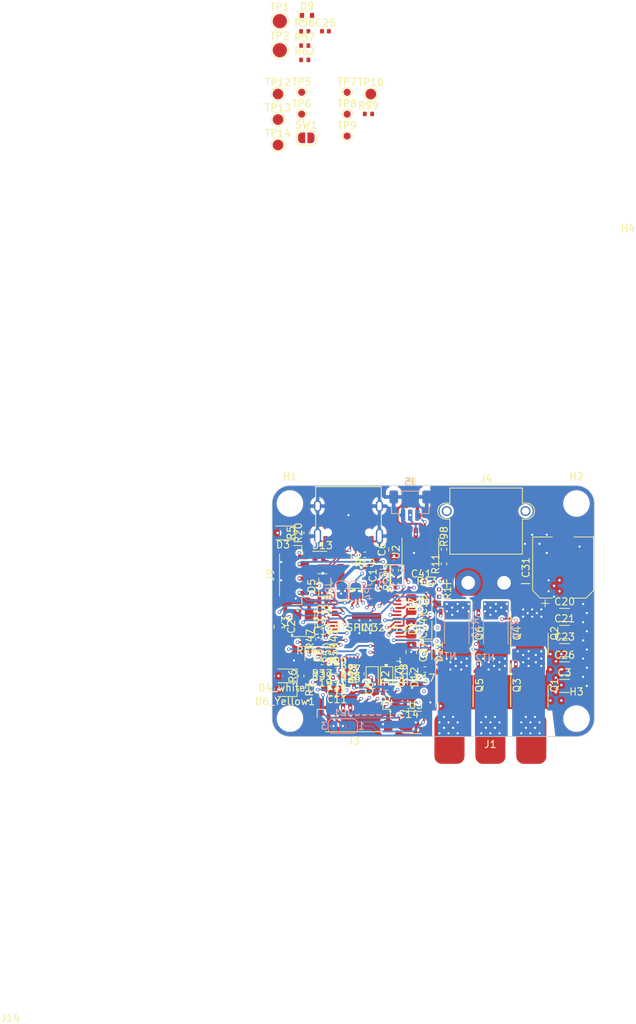
<source format=kicad_pcb>
(kicad_pcb (version 20221018) (generator pcbnew)
  (layers (0 "F.Cu" signal) (1 "In1.Cu" signal) (2 "In2.Cu" signal) (31 "B.Cu" signal) (34 "B.Paste" user) (35 "F.Paste" user) (36 "B.SilkS" user "B.Silkscreen") (37 "F.SilkS" user "F.Silkscreen") (38 "B.Mask" user) (39 "F.Mask" user) (44 "Edge.Cuts" user))
  (net 0 "")
  (net 1 "Net-(JP8-A)")
  (net 2 "VSHUNT1N")
  (net 3 "OSC_IN")
  (net 4 "Net-(IC1-VM)")
  (net 5 "SCREF")
  (net 6 "VM")
  (net 7 "BOOT1")
  (net 8 "OSC_OUT")
  (net 9 "GLS1")
  (net 10 "Net-(D3-K)")
  (net 11 "Net-(D4_white1-K)")
  (net 12 "SW")
  (net 13 "Net-(D6_Yellow1-K)")
  (net 14 "GHS1")
  (net 15 "USER1")
  (net 16 "CAN_SHDN")
  (net 18 "nRST")
  (net 19 "VOUT1")
  (net 20 "VOUT2")
  (net 21 "VOUT3")
  (net 23 "OPP1")
  (net 24 "OPO1")
  (net 25 "OPN1")
  (net 26 "DAC2")
  (net 27 "OPO2")
  (net 28 "OPP2")
  (net 30 "OPN2")
  (net 31 "OPP3")
  (net 32 "OPO3")
  (net 33 "OPN3")
  (net 34 "USER2")
  (net 35 "GLS2")
  (net 36 "GLS3")
  (net 37 "I2C2_SDA")
  (net 38 "I2C2_SCL")
  (net 39 "BOOT3")
  (net 40 "OUT1")
  (net 41 "GHS3")
  (net 42 "BOOT2")
  (net 43 "Net-(D1-A)")
  (net 44 "GHS2")
  (net 45 "D-")
  (net 46 "D+")
  (net 47 "SWDIO")
  (net 48 "SWCLK")
  (net 49 "SPI1_MISO")
  (net 50 "SPI1_MOSI")
  (net 51 "FDCAN1_RX{slash}BOOT_0")
  (net 52 "FDCAN1_TX")
  (net 53 "VDD")
  (net 54 "Net-(D2-A)")
  (net 55 "SPI1_NSS")
  (net 56 "VSHUNT1P")
  (net 57 "/Inputs_out_Puts/VBUS")
  (net 58 "Net-(J14-CC1)")
  (net 60 "Net-(J14-CC2)")
  (net 62 "GND")
  (net 63 "Net-(D7-A)")
  (net 64 "Net-(D10-A)")
  (net 65 "Net-(D11-A)")
  (net 66 "Net-(D12-A)")
  (net 67 "VSHUNT2P")
  (net 68 "VSHUNT2N")
  (net 69 "OUT2")
  (net 70 "OUT3")
  (net 71 "SPI1_SCK")
  (net 72 "PC0")
  (net 73 "GPIO_PA10")
  (net 74 "Net-(IC1-PA15)")
  (net 75 "Net-(IC1-PD2)")
  (net 77 "VBUS_Monitor")
  (net 78 "+5V")
  (net 79 "PC3")
  (net 80 "VREF+")
  (net 81 "VCC")
  (net 83 "unconnected-(U2-n.c.-Pad5)")
  (net 84 "Net-(J5-Pin_1)")
  (net 85 "Net-(J5-Pin_2)")
  (net 86 "Net-(J3-Pin_7)")
  (net 88 "PC15")
  (net 89 "Net-(U2-S)")
  (net 90 "Net-(R56-Pad1)")
  (footprint "mystuff:DFN-8-1EP_6x5mm_P1.27mm_EP4x4mm" (layer "F.Cu") (at 30.6945 27.85 -90)
    (fp_text reference "Q3")
    (fp_text value "Q_NMOS_GDS")
  )
  (footprint "Resistor_SMD:R_0402_1005Metric" (layer "F.Cu") (at 7.493 21.4195 -90)
    (fp_text reference "R41")
    (fp_text value "22k")
  )
  (footprint "Capacitor_SMD:C_0805_2012Metric" (layer "F.Cu") (at 1.016 19.685 -90)
    (fp_text reference "C2")
    (fp_text value "220nF")
  )
  (footprint "Resistor_SMD:R_0402_1005Metric" (layer "F.Cu") (at 4.826 21.844 180)
    (fp_text reference "R44")
    (fp_text value "1.5k")
  )
  (footprint "Connector_JST:JST_SH_BM03B-SRSS-TB_1x03-1MP_P1.00mm_Vertical" (layer "F.Cu") (at 19.288 2.794)
    (fp_text reference "J8")
    (fp_text value "Conn_01x03_MountingPin")
  )
  (footprint "Resistor_SMD:R_0402_1005Metric" (layer "F.Cu") (at 4.064 26.541 90)
    (fp_text reference "R6")
    (fp_text value "220")
  )
  (footprint "Capacitor_SMD:C_1206_3216Metric" (layer "F.Cu") (at 40.816 27.94)
    (fp_text reference "C3")
    (fp_text value "2.2uf")
  )
  (footprint "Capacitor_SMD:C_0805_2012Metric" (layer "F.Cu") (at 15.748 12.5315 90)
    (fp_text reference "C1")
    (fp_text value "10uf 25v")
  )
  (footprint "Capacitor_SMD:C_1206_3216Metric" (layer "F.Cu") (at 40.845 20.4055)
    (fp_text reference "C21")
    (fp_text value "2.2uf")
  )
  (footprint "LED_SMD:LED_0805_2012Metric" (layer "F.Cu") (at 1.807 28.446 180)
    (fp_text reference "D6_Yellow1")
    (fp_text value "LED")
  )
  (footprint "Capacitor_SMD:C_0805_2012Metric" (layer "F.Cu") (at 17.018 8.89 90)
    (fp_text reference "C6")
    (fp_text value "10uF")
  )
  (footprint "TestPoint:TestPoint_Pad_D1.5mm" (layer "F.Cu") (at 0.83 -54.586)
    (fp_text reference "TP12")
    (fp_text value "TestPoint")
  )
  (footprint "Capacitor_SMD:C_0805_2012Metric" (layer "F.Cu") (at 19.431 19.8975 -90)
    (fp_text reference "C24")
    (fp_text value "1uF")
  )
  (footprint "TestPoint:TestPoint_Pad_D2.0mm" (layer "F.Cu") (at 1.08 -60.706)
    (fp_text reference "TP2")
    (fp_text value "TestPoint")
  )
  (footprint "Resistor_SMD:R_0402_1005Metric" (layer "F.Cu") (at 24.003 8.89 90)
    (fp_text reference "R98")
    (fp_text value "120")
  )
  (footprint "Diode_SMD:D_SOD-323" (layer "F.Cu") (at 21.463 16.5955 90)
    (fp_text reference "D7")
    (fp_text value "1N4148WS")
  )
  (footprint "Capacitor_SMD:C_0402_1005Metric" (layer "F.Cu") (at 9.017 27.7715 180)
    (fp_text reference "C10")
    (fp_text value "1uF")
  )
  (footprint "mystuff:DFN-8-1EP_6x5mm_P1.27mm_EP4x4mm" (layer "F.Cu") (at 35.941 20.595 -90)
    (fp_text reference "Q2")
    (fp_text value "Q_NMOS_GDS")
  )
  (footprint "Package_TO_SOT_SMD:SOT-23-5" (layer "F.Cu") (at 20.066 33.02)
    (fp_text reference "U3")
    (fp_text value "TC1017-xCT")
  )
  (footprint "mystuff:flat_3" (layer "F.Cu") (at 30.48 36.576)
    (fp_text reference "J1")
    (fp_text value "Conn_01x03_Pin")
  )
  (footprint "Resistor_SMD:R_0402_1005Metric" (layer "F.Cu") (at 6.477 21.4215 90)
    (fp_text reference "R47")
    (fp_text value "22k")
  )
  (footprint "Resistor_SMD:R_0402_1005Metric" (layer "F.Cu") (at 23.3125 14.986 -90)
    (fp_text reference "R1")
    (fp_text value "33")
  )
  (footprint "Resistor_SMD:R_0402_1005Metric" (layer "F.Cu") (at 6.983 25.3585 180)
    (fp_text reference "R39")
    (fp_text value "3.01k")
  )
  (footprint "Capacitor_SMD:C_0402_1005Metric" (layer "F.Cu") (at 7.112 19.1355 180)
    (fp_text reference "C18")
    (fp_text value "20p")
  )
  (footprint "Resistor_SMD:R_0402_1005Metric" (layer "F.Cu") (at 4.064 28.446 -90)
    (fp_text reference "R7")
    (fp_text value "110")
  )
  (footprint "TestPoint:TestPoint_Pad_D1.5mm" (layer "F.Cu") (at 13.78 -54.586)
    (fp_text reference "TP10")
    (fp_text value "TestPoint")
  )
  (footprint "TestPoint:TestPoint_Pad_D1.0mm" (layer "F.Cu") (at 4.13 -51.786)
    (fp_text reference "TP6")
    (fp_text value "TestPoint")
  )
  (footprint "TestPoint:TestPoint_Pad_D1.0mm" (layer "F.Cu") (at 4.13 -54.836)
    (fp_text reference "TP5")
    (fp_text value "TestPoint")
  )
  (footprint "Diode_SMD:D_SOD-323" (layer "F.Cu") (at 18.034 26.7215 -90)
    (fp_text reference "D12")
    (fp_text value "1N4148WS")
  )
  (footprint "Connector_AMASS:AMASS_XT30PW-M_1x02_P2.50mm_Horizontal" (layer "F.Cu") (at 32.384 13.556)
    (fp_text reference "J4")
    (fp_text value "Conn_01x02_Female")
  )
  (footprint "Resistor_SMD:R_0402_1005Metric" (layer "F.Cu") (at 17.272 11.809 90)
    (fp_text reference "R3")
    (fp_text value "10k")
  )
  (footprint "Resistor_SMD:R_0402_1005Metric" (layer "F.Cu") (at 17.272 13.714 90)
    (fp_text reference "R2")
    (fp_text value "10k")
  )
  (footprint "Resistor_SMD:R_0402_1005Metric" (layer "F.Cu") (at 13.46 -51.816)
    (fp_text reference "R99")
    (fp_text value "10K")
  )
  (footprint "Resistor_SMD:R_0402_1005Metric" (layer "F.Cu") (at 21.338 25.654 180)
    (fp_text reference "R17")
    (fp_text value "33")
  )
  (footprint "Resistor_SMD:R_0402_1005Metric" (layer "F.Cu") (at 4.56 -63.336)
    (fp_text reference "R56")
    (fp_text value "68k")
  )
  (footprint "Diode_SMD:D_SOD-523" (layer "F.Cu") (at 4.88 -65.556)
    (fp_text reference "D9")
    (fp_text value "D_Schottky")
  )
  (footprint "LED_SMD:LED_0805_2012Metric" (layer "F.Cu") (at 1.8265 26.541 180)
    (fp_text reference "D4_white1")
    (fp_text value "LED")
  )
  (footprint "Diode_SMD:D_SOD-323" (layer "F.Cu") (at 13.97 26.7555 -90)
    (fp_text reference "D2")
    (fp_text value "1N4148WS")
  )
  (footprint "Resistor_SMD:R_0402_1005Metric" (layer "F.Cu") (at 6.983 27.3905)
    (fp_text reference "R37")
    (fp_text value "72.3k")
  )
  (footprint "Resistor_SMD:R_0402_1005Metric" (layer "F.Cu") (at 10.922 25.7395 180)
    (fp_text reference "R26")
    (fp_text value "22k")
  )
  (footprint "Diode_SMD:D_SOD-323" (layer "F.Cu") (at 16.002 26.7555 -90)
    (fp_text reference "D10")
    (fp_text value "1N4148WS")
  )
  (footprint "Connector_JST:JST_SH_BM08B-SRSS-TB_1x08-1MP_P1.00mm_Vertical" (layer "F.Cu") (at 11.406 32.313 180)
    (fp_text reference "J3")
    (fp_text value "Conn_01x08_MountingPin")
  )
  (footprint "mystuff:DFN-8-1EP_6x5mm_P1.27mm_EP4x4mm" (layer "F.Cu") (at 35.933 27.85 -90)
    (fp_text reference "Q1")
    (fp_text value "Q_NMOS_GDS")
  )
  (footprint "Capacitor_SMD:C_0805_2012Metric" (layer "F.Cu") (at 19.431 16.5955 -90)
    (fp_text reference "C16")
    (fp_text value "1uF")
  )
  (footprint "TestPoint:TestPoint_Pad_D1.0mm" (layer "F.Cu") (at 10.48 -48.736)
    (fp_text reference "TP9")
    (fp_text value "TestPoint")
  )
  (footprint "Resistor_SMD:R_0402_1005Metric" (layer "F.Cu") (at 24.003 10.922 90)
    (fp_text reference "R11")
    (fp_text value "10k")
  )
  (footprint "Resistor_SMD:R_0402_1005Metric" (layer "F.Cu") (at 9.017 25.7395)
    (fp_text reference "R29")
    (fp_text value "11k")
  )
  (footprint "TestPoint:TestPoint_Pad_D1.0mm" (layer "F.Cu") (at 10.48 -51.786)
    (fp_text reference "TP8")
    (fp_text value "TestPoint")
  )
  (footprint "Capacitor_SMD:C_0402_1005Metric" (layer "F.Cu") (at 19.05 30.734 180)
    (fp_text reference "C14")
    (fp_text value "1uF")
  )
  (footprint "Jumper:SolderJumper-2_P1.3mm_Open_RoundedPad1.0x1.5mm" (layer "F.Cu") (at 4.78 -48.486)
    (fp_text reference "SW1")
    (fp_text value "SW_Push")
  )
  (footprint "Resistor_SMD:R_0402_1005Metric" (layer "F.Cu") (at 10.922 26.7555)
    (fp_text reference "R27")
    (fp_text value "22k")
  )
  (footprint "Resistor_SMD:R_0402_1005Metric" (layer "F.Cu") (at 7.493 23.3265 -90)
    (fp_text reference "R53")
    (fp_text value "11k")
  )
  (footprint "Resistor_SMD:R_0402_1005Metric" (layer "F.Cu") (at 4.826 6.604 90)
    (fp_text reference "R20")
    (fp_text value "5.1k")
  )
  (footprint "Capacitor_SMD:C_1206_3216Metric" (layer "F.Cu") (at 40.845 22.9455)
    (fp_text reference "C23")
    (fp_text value "2.2uf")
  )
  (footprint "MountingHole:MountingHole_3.2mm_M3_ISO14580" (layer "F.Cu") (at 2.5 32.5)
    (fp_text reference "H4")
    (fp_text value "MountingHole")
  )
  (footprint "Resistor_SMD:R_0402_1005Metric" (layer "F.Cu") (at 9.017 26.7555 180)
    (fp_text reference "R24")
    (fp_text value "1.5k")
  )
  (footprint "mystuff:DFN-8-1EP_6x5mm_P1.27mm_EP4x4mm" (layer "F.Cu") (at 25.4525 20.595 -90)
    (fp_text reference "Q6")
    (fp_text value "Q_NMOS_GDS")
  )
  (footprint "Diode_SMD:D_SOD-323" (layer "F.Cu") (at 21.463 23.1995 -90)
    (fp_text reference "D11")
    (fp_text value "1N4148WS")
  )
  (footprint "MountingHole:MountingHole_3.2mm_M3_ISO14580" (layer "F.Cu") (at 42.5 32.5)
    (fp_text reference "H3")
    (fp_text value "MountingHole")
  )
  (footprint "Connector_JST:JST_SH_BM06B-SRSS-TB_1x06-1MP_P1.00mm_Vertical" (layer "F.Cu") (at 3.048 12.47 90)
    (fp_text reference "J9")
    (fp_text value "Conn_01x06_MountingPin")
  )
  (footprint "Capacitor_SMD:C_1206_3216Metric" (layer "F.Cu") (at 40.845 18.034)
    (fp_text reference "C20")
    (fp_text value "2.2uf")
  )
  (footprint "Diode_SMD:D_SOD-523" (layer "F.Cu") (at 5.207 23.7075 -90)
    (fp_text reference "D8")
    (fp_text value "BAT30k")
  )
  (footprint "Resistor_SMD:R_0402_1005Metric" (layer "F.Cu") (at 16.002 28.9145 180)
    (fp_text reference "R4")
    (fp_text value "33")
  )
  (footprint "Capacitor_SMD:C_0402_1005Metric" (layer "F.Cu") (at 7.084 16.0875 180)
    (fp_text reference "C9")
    (fp_text value "100nF")
  )
  (footprint "Capacitor_SMD:CP_Elec_8x10" (layer "F.Cu") (at 40.64 11.43 90)
    (fp_text reference "C31")
    (fp_text value "220uF")
  )
  (footprint "TestPoint:TestPoint_Pad_D1.5mm" (layer "F.Cu") (at 0.83 -47.486)
    (fp_text reference "TP14")
    (fp_text value "TestPoint")
  )
  (footprint "Resistor_SMD:R_0402_1005Metric" (layer "F.Cu") (at 4.56 -59.356)
    (fp_text reference "R62")
    (fp_text value "3.9k")
  )
  (footprint "TestPoint:TestPoint_Pad_D2.0mm" (layer "F.Cu") (at 1.08 -64.756)
    (fp_text reference "TP1")
    (fp_text value "TestPoint")
  )
  (footprint "Resistor_SMD:R_0402_1005Metric" (layer "F.Cu") (at 12.954 9.652 180)
    (fp_text reference "R19")
    (fp_text value "5.1k")
  )
  (footprint "Capacitor_SMD:C_1206_3216Metric" (layer "F.Cu") (at 40.845 25.4855)
    (fp_text reference "C26")
    (fp_text value "2.2uf")
  )
  (footprint "Capacitor_SMD:C_0402_1005Metric" (layer "F.Cu") (at 20.828 13.462)
    (fp_text reference "C41")
    (fp_text value "100nF")
  )
  (footprint "spin_2:STSPIN32G4" (layer "F.Cu") (at 13.189501 19.8099)
    (fp_text reference "IC1")
    (fp_text value "STSPIN32G4")
  )
  (footprint "Resistor_SMD:R_0402_1005Metric" (layer "F.Cu") (at 4.56 -61.346)
    (fp_text reference "R57")
    (fp_text value "27k")
  )
  (footprint "Resistor_SMD:R_0402_1005Metric" (layer "F.Cu") (at 6.477 23.3265 -90)
    (fp_text reference "R50")
    (fp_text value "1.5k")
  )
  (footprint "Capacitor_SMD:C_0402_1005Metric" (layer "F.Cu") (at 6.955 26.3745 180)
    (fp_text reference "C19")
    (fp_text value "33nf")
  )
  (footprint "Crystal:Crystal_SMD_3225-4Pin_3.2x2.5mm" (layer "F.Cu") (at 4.318 19.05 90)
    (fp_text reference "Y3")
    (fp_text value "24mhz")
  )
  (footprint "Resistor_SMD:R_0402_1005Metric" (layer "F.Cu") (at 21.592 14.478)
    (fp_text reference "R13")
    (fp_text value "33")
  )
  (footprint "Diode_SMD:D_SOD-323" (layer "F.Cu") (at 21.463 19.8975 90)
    (fp_text reference "D1")
    (fp_text value "1N4148WS")
  )
  (footprint "TestPoint:TestPoint_Pad_D1.5mm" (layer "F.Cu") (at 0.83 -51.036)
    (fp_text reference "TP13")
    (fp_text value "TestPoint")
  )
  (footprint "Package_TO_SOT_SMD:SOT-143" (layer "F.Cu") (at 7.001 10.734)
    (fp_text reference "D13")
    (fp_text value "PRTR5V0U2X")
  )
  (footprint "mystuff:DFN-8-1EP_6x5mm_P1.27mm_EP4x4mm" (layer "F.Cu") (at 25.4445 27.85 -90)
    (fp_text reference "Q5")
    (fp_text value "Q_NMOS_GDS")
  )
  (footprint "mystuff:DFN-8-1EP_6x5mm_P1.27mm_EP4x4mm" (layer "F.Cu") (at 30.7025 20.595 -90)
    (fp_text reference "Q4")
    (fp_text value "Q_NMOS_GDS")
  )
  (footprint "Diode_SMD:D_SOD-323" (layer "F.Cu") (at 7.366 13.97 90)
    (fp_text reference "D5")
    (fp_text value "SS210")
  )
  (footprint "TestPoint:TestPoint_Pad_D1.0mm" (layer "F.Cu") (at 10.48 -54.836)
    (fp_text reference "TP7")
    (fp_text value "TestPoint")
  )
  (footprint "Inductor_SMD:L_1812_4532Metric" (layer "F.Cu") (at 11.684 12.6245)
    (fp_text reference "L2")
    (fp_text value "18uh")
  )
  (footprint "Capacitor_SMD:C_0402_1005Metric" (layer "F.Cu") (at 7.084 17.0975 180)
    (fp_text reference "C7")
    (fp_text value "100nF")
  )
  (footprint "Resistor_SMD:R_0402_1005Metric" (layer "F.Cu") (at 3.81 6.604 90)
    (fp_text reference "R5")
    (fp_text value "220")
  )
  (footprint "Resistor_SMD:R_0402_1005Metric" (layer "F.Cu") (at 10.926 27.7715)
    (fp_text reference "R23")
    (fp_text value "1.5k")
  )
  (footprint "Package_SO:SOIC-8_3.9x4.9mm_P1.27mm" (layer "F.Cu") (at 20.701 9.271 90)
    (fp_text reference "U2")
    (fp_text value "TJA1057T/1Z")
  )
  (footprint "Capacitor_SMD:C_0402_1005Metric" (layer "F.Cu") (at 7.084 18.1195 180)
    (fp_text reference "C4")
    (fp_text value "20p")
  )
  (footprint "Capacitor_SMD:C_0805_2012Metric" (layer "F.Cu") (at 19.431 23.1995 -90)
    (fp_text reference "C27")
    (fp_text value "1uF")
  )
  (footprint "LED_SMD:LED_0805_2012Metric" (layer "F.Cu") (at 1.524 6.604 180)
    (fp_text reference "D3")
    (fp_text value "LED")
  )
  (footprint "MountingHole:MountingHole_3.2mm_M3_ISO14580" (layer "F.Cu") (at 42.5 2.5)
    (fp_text reference "H2")
    (fp_text value "MountingHole")
  )
  (footprint "Capacitor_SMD:C_0402_1005Metric" (layer "F.Cu") (at 7.45 -63.346)
    (fp_text reference "C25")
    (fp_text value "82nF")
  )
  (footprint "Resistor_SMD:R_0402_1005Metric" (layer "F.Cu") (at 12.446 26.2475 90)
    (fp_text reference "R25")
    (fp_text value "33")
  )
  (footprint "Connector_USB:USB_C_Receptacle_XKB_U262-16XN-4BVC11" (layer "F.Cu") (at 10.668 3.937 180)
    (fp_text reference "J14")
    (fp_text value "USB_C_Receptacle_USB2.0")
  )
  (footprint "MountingHole:MountingHole_3.2mm_M3_ISO14580" (layer "F.Cu") (at 2.5 2.5)
    (fp_text reference "H1")
    (fp_text value "MountingHole")
  )
  (footprint "Capacitor_SMD:C_0402_1005Metric" (layer "F.Cu") (at 12.446 28.2795 -90)
    (fp_text reference "C8")
    (fp_text value "1uF")
  )
  (footprint "Capacitor_SMD:C_0402_1005Metric" (layer "F.Cu") (at 9.045 28.6605 180)
    (fp_text reference "C11")
    (fp_text value "100nF")
  )
  (footprint "Resistor_SMD:R_0402_1005Metric" (layer "F.Cu") (at 19.558 26.2495 90)
    (fp_text reference "R18")
    (fp_text value "33")
  )
  (footprint "NetTie:NetTie-2_SMD_Pad0.5mm" (layer "B.Cu") (at 29.726 22.86)
    (fp_text reference "NT2")
    (fp_text value "NetTie_2")
  )
  (footprint "Connector_JST:JST_SH_BM03B-SRSS-TB_1x03-1MP_P1.00mm_Vertical" (layer "B.Cu") (at 19.288 2.794 180)
    (fp_text reference "J5")
    (fp_text value "Conn_01x03_MountingPin")
  )
  (footprint "Resistor_SMD:R_2512_6332Metric" (layer "B.Cu") (at 25.781 19.8535 90)
    (fp_text reference "R10")
    (fp_text value "4mΩ")
  )
  (footprint "Jumper:SolderJumper-2_P1.3mm_Bridged_RoundedPad1.0x1.5mm" (layer "B.Cu") (at 11.684 14.7055 90)
    (fp_text reference "JP4")
    (fp_text value "Jumper_2_Bridged")
  )
  (footprint "Jumper:SolderJumper-2_P1.3mm_Bridged_RoundedPad1.0x1.5mm" (layer "B.Cu") (at 9.779 14.6905 -90)
    (fp_text reference "JP8")
    (fp_text value "Jumper_2_Bridged")
  )
  (footprint "Resistor_SMD:R_2512_6332Metric" (layer "B.Cu") (at 31.242 19.8975 90)
    (fp_text reference "R15")
    (fp_text value "4mΩ")
  )
  (footprint "NetTie:NetTie-2_SMD_Pad0.5mm" (layer "B.Cu") (at 24.384 22.606)
    (fp_text reference "NT1")
    (fp_text value "NetTie_2")
  )
  (footprint "Jumper:SolderJumper-3_P1.3mm_Bridged2Bar12_RoundedPad1.0x1.5mm_NumberLabels" (layer "B.Cu") (at 9.876 33.528 180)
    (fp_text reference "JP1")
    (fp_text value "Jumper_3_Bridged12")
  )
  (footprint "Jumper:SolderJumper-2_P1.3mm_Open_TrianglePad1.0x1.5mm" (layer "B.Cu") (at 17.399 12.4945 -90)
    (fp_text reference "JP3")
    (fp_text value "Jumper_2_Open")
  )
  (gr_arc (start 2.5 35) (mid 0.732233 34.267767) (end 0 32.5) (stroke (width 0.1)) (layer "Edge.Cuts"))
  (gr_line (start 0 32.5) (end 0 2.5) (stroke (width 0.1)) (layer "Edge.Cuts"))
  (gr_line (start 2.5 0) (end 42.5 0) (stroke (width 0.1)) (layer "Edge.Cuts"))
  (gr_arc (start 42.5 0) (mid 44.267767 0.732233) (end 45 2.5) (stroke (width 0.1)) (layer "Edge.Cuts"))
  (gr_arc (start 0 2.5) (mid 0.732233 0.732233) (end 2.5 0) (stroke (width 0.1)) (layer "Edge.Cuts"))
  (gr_arc (start 45 32.5) (mid 44.267767 34.267767) (end 42.5 35) (stroke (width 0.1)) (layer "Edge.Cuts"))
  (gr_line (start 45 2.5) (end 45 32.5) (stroke (width 0.1)) (layer "Edge.Cuts"))
  (gr_line (start 42.5 35) (end 2.5 35) (stroke (width 0.1)) (layer "Edge.Cuts"))
  (segment (start 13.8215 12.6245) (end 13.8215 12.0435) (width 0.5) (layer "F.Cu") (net 1))
  (segment (start 13.8215 12.0435) (end 13.208 11.43) (width 0.5) (layer "F.Cu") (net 1))
  (segment (start 14.4975 13.4815) (end 15.748 13.4815) (width 0.508) (layer "F.Cu") (net 1))
  (segment (start 13.208 11.43) (end 12.446 11.43) (width 0.5) (layer "F.Cu") (net 1))
  (via (at 12.446 11.43) (size 0.8) (drill 0.4) (layers "F.Cu" "B.Cu") (net 1))
  (segment (start 9.779 13.081) (end 9.779 14.0405) (width 0.5) (layer "B.Cu") (net 1))
  (segment (start 11.43 11.43) (end 9.779 13.081) (width 0.5) (layer "B.Cu") (net 1))
  (segment (start 12.446 11.43) (end 11.43 11.43) (width 0.5) (layer "B.Cu") (net 1))
  (segment (start 6.3895 23.8365) (end 6.35 23.876) (width 0.2) (layer "F.Cu") (net 2))
  (segment (start 6.477 23.8365) (end 6.3895 23.8365) (width 0.2) (layer "F.Cu") (net 2))
  (via (at 6.35 23.876) (size 0.5) (drill 0.3) (layers "F.Cu" "B.Cu") (net 2))
  (via (at 20.447 30.226) (size 0.5) (drill 0.3) (layers "F.Cu" "B.Cu") (net 2))
  (via (at 6.35 28.448) (size 0.5) (drill 0.3) (layers "F.Cu" "B.Cu") (net 2))
  (via (at 23.069517 22.557605) (size 0.5) (drill 0.3) (layers "F.Cu" "B.Cu") (net 2))
  (segment (start 9.398 29.21) (end 8.636 28.448) (width 0.25) (layer "B.Cu") (net 2))
  (segment (start 15.24 28.702) (end 12.446 28.702) (width 0.25) (layer "B.Cu") (net 2))
  (segment (start 23.781 22.557605) (end 23.781 22.606) (width 0.25) (layer "B.Cu") (net 2))
  (segment (start 16.764 30.226) (end 15.24 28.702) (width 0.25) (layer "B.Cu") (net 2))
  (segment (start 11.938 29.21) (end 9.398 29.21) (width 0.25) (layer "B.Cu") (net 2))
  (segment (start 12.446 28.702) (end 11.938 29.21) (width 0.25) (layer "B.Cu") (net 2))
  (segment (start 20.447 30.226) (end 16.764 30.226) (width 0.25) (layer "B.Cu") (net 2))
  (segment (start 23.069517 22.557605) (end 23.781 22.557605) (width 0.25) (layer "B.Cu") (net 2))
  (segment (start 8.636 28.448) (end 6.35 28.448) (width 0.25) (layer "B.Cu") (net 2))
  (segment (start 3.468 17.522998) (end 3.468 17.95) (width 0.25) (layer "F.Cu") (net 3))
  (segment (start 8.744501 18.559585) (end 8.004085 18.559585) (width 0.25) (layer "F.Cu") (net 3))
  (segment (start 8.004085 18.559585) (end 7.564 18.1195) (width 0.25) (layer "F.Cu") (net 3))
  (segment (start 3.556 17.434998) (end 3.468 17.522998) (width 0.25) (layer "F.Cu") (net 3))
  (via (at 7.564 18.1195) (size 0.5) (drill 0.3) (layers "F.Cu" "B.Cu") (net 3))
  (via (at 3.556 17.434998) (size 0.5) (drill 0.3) (layers "F.Cu" "B.Cu") (net 3))
  (segment (start 4.240502 18.1195) (end 3.556 17.434998) (width 0.25) (layer "B.Cu") (net 3))
  (segment (start 7.564 18.1195) (end 4.240502 18.1195) (width 0.25) (layer "B.Cu") (net 3))
  (segment (start 10.16 16.3415) (end 10.645608 16.3415) (width 0.25) (layer "F.Cu") (net 4))
  (segment (start 10.645608 16.3415) (end 10.938934 16.048174) (width 0.25) (layer "F.Cu") (net 4))
  (segment (start 1.463 18.288) (end 1.016 18.735) (width 0.25) (layer "F.Cu") (net 4))
  (segment (start 10.938934 16.048174) (end 10.938934 15.3649) (width 0.25) (layer "F.Cu") (net 4))
  (segment (start 2.418498 18.288) (end 1.463 18.288) (width 0.25) (layer "F.Cu") (net 4))
  (via (at 10.16 16.3415) (size 0.5) (drill 0.3) (layers "F.Cu" "B.Cu") (net 4))
  (via (at 5.588 15.24) (size 0.5) (drill 0.3) (layers "F.Cu" "B.Cu") (net 4))
  (via (at 2.418498 18.288) (size 0.5) (drill 0.3) (layers "F.Cu" "B.Cu") (net 4))
  (segment (start 10.16 16.3415) (end 10.698 16.3415) (width 0.25) (layer "B.Cu") (net 4))
  (segment (start 9.144 16.3415) (end 8.0425 15.24) (width 0.25) (layer "B.Cu") (net 4))
  (segment (start 8.0425 15.24) (end 5.588 15.24) (width 0.25) (layer "B.Cu") (net 4))
  (segment (start 10.698 16.3415) (end 11.684 15.3555) (width 0.25) (layer "B.Cu") (net 4))
  (segment (start 10.16 16.3415) (end 9.144 16.3415) (width 0.25) (layer "B.Cu") (net 4))
  (segment (start 17.272 13.204) (end 17.272 12.319) (width 0.25) (layer "F.Cu") (net 5))
  (segment (start 14.809666 14.255544) (end 15.013986 14.255544) (width 0.25) (layer "F.Cu") (net 5))
  (segment (start 15.440068 14.681626) (end 15.440068 15.3649) (width 0.25) (layer "F.Cu") (net 5))
  (segment (start 17.78 11.811) (end 17.272 12.319) (width 0.25) (layer "F.Cu") (net 5))
  (segment (start 15.013986 14.255544) (end 15.440068 14.681626) (width 0.25) (layer "F.Cu") (net 5))
  (segment (start 18.0465 11.811) (end 17.78 11.811) (width 0.25) (layer "F.Cu") (net 5))
  (via (at 14.809666 14.255544) (size 0.5) (drill 0.3) (layers "F.Cu" "B.Cu") (net 5))
  (via (at 18.0465 11.811) (size 0.5) (drill 0.3) (layers "F.Cu" "B.Cu") (net 5))
  (segment (start 14.809666 13.596834) (end 16.4255 11.981) (width 0.25) (layer "B.Cu") (net 5))
  (segment (start 16.4255 11.981) (end 17.399 11.981) (width 0.25) (layer "B.Cu") (net 5))
  (segment (start 14.809666 14.255544) (end 14.809666 13.596834) (width 0.25) (layer "B.Cu") (net 5))
  (segment (start 5.7565 27.3905) (end 5.715 27.432) (width 0.25) (layer "F.Cu") (net 6))
  (segment (start 6.473 27.3905) (end 5.7565 27.3905) (width 0.25) (layer "F.Cu") (net 6))
  (via (at 40.132 14.732) (size 0.5) (drill 0.3) (layers "F.Cu" "B.Cu") (net 6))
  (via (at 39.624 26.797) (size 0.5) (drill 0.3) (layers "F.Cu" "B.Cu") (net 6))
  (via (at 38.862 25.654) (size 0.5) (drill 0.3) (layers "F.Cu" "B.Cu") (net 6))
  (via (at 38.862 29.972) (size 0.5) (drill 0.3) (layers "F.Cu" "B.Cu") (net 6))
  (via (at 38.608 14.732) (size 0.5) (drill 0.3) (layers "F.Cu" "B.Cu") (net 6))
  (via (at 40.386 27.813) (size 0.5) (drill 0.3) (layers "F.Cu" "B.Cu") (net 6))
  (via (at 39.624 24.511) (size 0.5) (drill 0.3) (layers "F.Cu" "B.Cu") (net 6))
  (via (at 40.132 13.208) (size 0.5) (drill 0.3) (layers "F.Cu" "B.Cu") (net 6))
  (via (at 38.862 23.495) (size 0.5) (drill 0.3) (layers "F.Cu" "B.Cu") (net 6))
  (via (at 5.715 27.432) (size 0.5) (drill 0.3) (layers "F.Cu" "B.Cu") (net 6))
  (via (at 39.37 15.494) (size 0.5) (drill 0.3) (layers "F.Cu" "B.Cu") (net 6))
  (via (at 39.624 28.829) (size 0.5) (drill 0.3) (layers "F.Cu" "B.Cu") (net 6))
  (via (at 12.585657 12.267944) (size 0.5) (drill 0.3) (layers "F.Cu" "B.Cu") (net 6))
  (via (at 23.5395 30.75) (size 0.5) (drill 0.3) (layers "F.Cu" "B.Cu") (net 6))
  (via (at 39.37 13.97) (size 0.5) (drill 0.3) (layers "F.Cu" "B.Cu") (net 6))
  (via (at 38.862 27.813) (size 0.5) (drill 0.3) (layers "F.Cu" "B.Cu") (net 6))
  (via (at 38.608 13.208) (size 0.5) (drill 0.3) (layers "F.Cu" "B.Cu") (net 6))
  (via (at 40.386 29.972) (size 0.5) (drill 0.3) (layers "F.Cu" "B.Cu") (net 6))
  (via (at 40.386 23.495) (size 0.5) (drill 0.3) (layers "F.Cu" "B.Cu") (net 6))
  (via (at 40.386 25.654) (size 0.5) (drill 0.3) (layers "F.Cu" "B.Cu") (net 6))
  (segment (start 11.684 13.208) (end 11.684 14.0555) (width 0.25) (layer "B.Cu") (net 6))
  (segment (start 12.585657 12.306343) (end 11.684 13.208) (width 0.25) (layer "B.Cu") (net 6))
  (segment (start 12.585657 12.267944) (end 12.585657 12.306343) (width 0.25) (layer "B.Cu") (net 6))
  (segment (start 18.365901 19.511711) (end 18.365901 18.474426) (width 0.25) (layer "F.Cu") (net 7))
  (segment (start 18.317775 19.559837) (end 18.365901 19.511711) (width 0.25) (layer "F.Cu") (net 7))
  (segment (start 19.294827 17.5455) (end 19.431 17.5455) (width 0.25) (layer "F.Cu") (net 7))
  (segment (start 18.365901 18.474426) (end 19.294827 17.5455) (width 0.25) (layer "F.Cu") (net 7))
  (segment (start 17.634501 19.559837) (end 18.317775 19.559837) (width 0.25) (layer "F.Cu") (net 7))
  (segment (start 7.592 19.143109) (end 6.837609 19.8975) (width 0.25) (layer "F.Cu") (net 8))
  (segment (start 7.667789 19.059711) (end 8.744501 19.059711) (width 0.25) (layer "F.Cu") (net 8))
  (segment (start 7.592 19.1355) (end 7.667789 19.059711) (width 0.25) (layer "F.Cu") (net 8))
  (segment (start 6.837609 19.8975) (end 5.588 19.8975) (width 0.25) (layer "F.Cu") (net 8))
  (segment (start 5.588 19.8975) (end 5.3355 20.15) (width 0.25) (layer "F.Cu") (net 8))
  (segment (start 5.3355 20.15) (end 5.168 20.15) (width 0.25) (layer "F.Cu") (net 8))
  (segment (start 7.592 19.1355) (end 7.592 19.143109) (width 0.25) (layer "F.Cu") (net 8))
  (segment (start 14.825 25.7055) (end 13.97 25.7055) (width 0.25) (layer "F.Cu") (net 9))
  (segment (start 13.97 25.7055) (end 12.478 25.7055) (width 0.25) (layer "F.Cu") (net 9))
  (segment (start 15.440068 25.158432) (end 14.859 25.7395) (width 0.25) (layer "F.Cu") (net 9))
  (segment (start 15.440068 24.2549) (end 15.440068 25.158432) (width 0.25) (layer "F.Cu") (net 9))
  (segment (start 14.859 25.7395) (end 14.825 25.7055) (width 0.25) (layer "F.Cu") (net 9))
  (segment (start 12.478 25.7055) (end 12.446 25.7375) (width 0.25) (layer "F.Cu") (net 9))
  (segment (start 3.81 7.114) (end 2.9715 7.114) (width 0.25) (layer "F.Cu") (net 10))
  (segment (start 2.9715 7.114) (end 2.4615 6.604) (width 0.25) (layer "F.Cu") (net 10))
  (segment (start 3.046 26.541) (end 3.556 27.051) (width 0.25) (layer "F.Cu") (net 11))
  (segment (start 2.764 26.541) (end 3.046 26.541) (width 0.25) (layer "F.Cu") (net 11))
  (segment (start 3.556 27.051) (end 4.064 27.051) (width 0.25) (layer "F.Cu") (net 11))
  (segment (start 7.366 15.02) (end 7.366 14.224) (width 0.508) (layer "F.Cu") (net 12))
  (segment (start 9.5465 13.569) (end 9.5465 12.6245) (width 0.25) (layer "F.Cu") (net 12))
  (segment (start 10.438808 15.3649) (end 10.438808 14.461308) (width 0.25) (layer "F.Cu") (net 12))
  (segment (start 7.366 14.224) (end 8.9655 12.6245) (width 0.508) (layer "F.Cu") (net 12))
  (segment (start 10.438808 14.461308) (end 9.5465 13.569) (width 0.25) (layer "F.Cu") (net 12))
  (segment (start 8.9655 12.6245) (end 9.5465 12.6245) (width 0.508) (layer "F.Cu") (net 12))
  (segment (start 2.7445 28.446) (end 3.054 28.446) (width 0.25) (layer "F.Cu") (net 13))
  (segment (start 3.054 28.446) (end 3.564 27.936) (width 0.25) (layer "F.Cu") (net 13))
  (segment (start 3.564 27.936) (end 4.064 27.936) (width 0.25) (layer "F.Cu") (net 13))
  (segment (start 20.574 18.161) (end 20.9475 18.161) (width 0.25) (layer "F.Cu") (net 14))
  (segment (start 16.764 18.796) (end 17.000415 18.559585) (width 0.25) (layer "F.Cu") (net 14))
  (segment (start 20.9475 18.161) (end 21.463 17.6455) (width 0.25) (layer "F.Cu") (net 14))
  (segment (start 22.102 17.0065) (end 22.102 14.478) (width 0.25) (layer "F.Cu") (net 14))
  (segment (start 17.000415 18.559585) (end 17.634501 18.559585) (width 0.25) (layer "F.Cu") (net 14))
  (segment (start 21.463 17.6455) (end 22.102 17.0065) (width 0.25) (layer "F.Cu") (net 14))
  (segment (start 15.748 18.796) (end 16.764 18.796) (width 0.25) (layer "F.Cu") (net 14))
  (via (at 20.574 18.161) (size 0.5) (drill 0.3) (layers "F.Cu" "B.Cu") (net 14))
  (via (at 15.748 18.796) (size 0.5) (drill 0.3) (layers "F.Cu" "B.Cu") (net 14))
  (segment (start 15.748 18.796) (end 16.764 18.796) (width 0.25) (layer "B.Cu") (net 14))
  (segment (start 20.094127 18.640873) (end 20.574 18.161) (width 0.25) (layer "B.Cu") (net 14))
  (segment (start 16.764 18.796) (end 16.919127 18.640873) (width 0.25) (layer "B.Cu") (net 14))
  (segment (start 16.919127 18.640873) (end 20.094127 18.640873) (width 0.25) (layer "B.Cu") (net 14))
  (segment (start 9.906 17.537432) (end 9.427775 17.059207) (width 0.25) (layer "F.Cu") (net 15))
  (segment (start 9.427775 17.059207) (end 8.744501 17.059207) (width 0.25) (layer "F.Cu") (net 15))
  (segment (start 9.906 17.78) (end 9.906 17.537432) (width 0.25) (layer "F.Cu") (net 15))
  (via (at 9.906 17.78) (size 0.5) (drill 0.3) (layers "F.Cu" "B.Cu") (net 15))
  (via (at 1.016 17.653) (size 0.5) (drill 0.3) (layers "F.Cu" "B.Cu") (net 15))
  (via (at 0.889 26.541) (size 0.5) (drill 0.3) (layers "F.Cu" "B.Cu") (net 15))
  (segment (start 4.318 17.272) (end 3.81 16.764) (width 0.25) (layer "B.Cu") (net 15))
  (segment (start 7.62 17.272) (end 4.318 17.272) (width 0.25) (layer "B.Cu") (net 15))
  (segment (start 9.906 17.78) (end 8.128 17.78) (width 0.25) (layer "B.Cu") (net 15))
  (segment (start 3.81 16.764) (end 1.905 16.764) (width 0.25) (layer "B.Cu") (net 15))
  (segment (start 8.128 17.78) (end 7.62 17.272) (width 0.25) (layer "B.Cu") (net 15))
  (segment (start 1.905 16.764) (end 1.016 17.653) (width 0.25) (layer "B.Cu") (net 15))
  (segment (start 23.495 13.335) (end 24.892 11.938) (width 0.25) (layer "F.Cu") (net 16))
  (segment (start 24.541 7.015) (end 24.003 7.015) (width 0.25) (layer "F.Cu") (net 16))
  (segment (start 24.892 11.938) (end 24.892 7.366) (width 0.25) (layer "F.Cu") (net 16))
  (segment (start 12.732638 16.3415) (end 12.439312 16.048174) (width 0.25) (layer "F.Cu") (net 16))
  (segment (start 24.892 7.366) (end 24.541 7.015) (width 0.25) (layer "F.Cu") (net 16))
  (segment (start 12.439312 16.048174) (end 12.439312 15.3649) (width 0.25) (layer "F.Cu") (net 16))
  (via (at 23.495 13.335) (size 0.5) (drill 0.3) (layers "F.Cu" "B.Cu") (net 16))
  (via (at 12.732638 16.3415) (size 0.5) (drill 0.3) (layers "F.Cu" "B.Cu") (net 16))
  (segment (start 8.744501 19.559837) (end 8.217165 19.559837) (width 0.25) (layer "F.Cu") (net 18))
  (segment (start 3.874 13.97) (end 3.81 13.906) (width 0.25) (layer "F.Cu") (net 18))
  (segment (start 6.604 13.97) (end 3.874 13.97) (width 0.25) (layer "F.Cu") (net 18))
  (segment (start 8.217165 19.559837) (end 7.891067 19.885935) (width 0.25) (layer "F.Cu") (net 18))
  (via (at 6.604 13.97) (size 0.5) (drill 0.3) (layers "F.Cu" "B.Cu") (net 18))
  (via (at 7.891067 19.885935) (size 0.5) (drill 0.3) (layers "F.Cu" "B.Cu") (net 18))
  (segment (start 7.493 21.9295) (end 6.479 21.9295) (width 0.2) (layer "F.Cu") (net 23))
  (segment (start 8.744501 22.560593) (end 8.174276 22.560593) (width 0.2) (layer "F.Cu") (net 23))
  (segment (start 8.174276 22.560593) (end 7.543183 21.9295) (width 0.2) (layer "F.Cu") (net 23))
  (segment (start 7.543183 21.9295) (end 7.493 21.9295) (width 0.2) (layer "F.Cu") (net 23))
  (segment (start 6.477 21.9315) (end 5.461 21.9315) (width 0.2) (layer "F.Cu") (net 23))
  (segment (start 6.479 21.9295) (end 6.477 21.9315) (width 0.2) (layer "F.Cu") (net 23))
  (segment (start 7.493 22.8165) (end 7.737219 23.060719) (width 0.25) (layer "F.Cu") (net 24))
  (segment (start 7.737219 23.060719) (end 8.744501 23.060719) (width 0.25) (layer "F.Cu") (net 24))
  (segment (start 7.493 23.8365) (end 7.745 23.8365) (width 0.2) (layer "F.Cu") (net 25))
  (segment (start 8.020655 23.560845) (end 8.744501 23.560845) (width 0.2) (layer "F.Cu") (net 25))
  (segment (start 7.493 23.8365) (end 7.493 23.8325) (width 0.2) (layer "F.Cu") (net 25))
  (segment (start 7.493 23.8325) (end 6.477 22.8165) (width 0.2) (layer "F.Cu") (net 25))
  (segment (start 7.745 23.8365) (end 8.020655 23.560845) (width 0.2) (layer "F.Cu") (net 25))
  (segment (start 10.382608 25.0945) (end 10.438808 25.0383) (width 0.2) (layer "F.Cu") (net 27))
  (segment (start 9.201462 25.0945) (end 10.382608 25.0945) (width 0.2) (layer "F.Cu") (net 27))
  (segment (start 10.438808 25.0383) (end 10.438808 24.2549) (width 0.2) (layer "F.Cu") (net 27))
  (segment (start 8.507 25.7395) (end 8.556462 25.7395) (width 0.2) (layer "F.Cu") (net 27))
  (segment (start 8.556462 25.7395) (end 9.201462 25.0945) (width 0.2) (layer "F.Cu") (net 27))
  (segment (start 10.416 27.7715) (end 10.416 26.7595) (width 0.2) (layer "F.Cu") (net 28))
  (segment (start 10.412 25.7415) (end 10.414 25.7395) (width 0.2) (layer "F.Cu") (net 28))
  (segment (start 10.412 26.7555) (end 10.412 25.7415) (width 0.2) (layer "F.Cu") (net 28))
  (segment (start 10.412 25.7395) (end 10.938934 25.212566) (width 0.2) (layer "F.Cu") (net 28))
  (segment (start 10.416 26.7595) (end 10.412 26.7555) (width 0.2) (layer "F.Cu") (net 28))
  (segment (start 10.938934 25.212566) (end 10.938934 24.2549) (width 0.2) (layer "F.Cu") (net 28))
  (segment (start 9.527 26.7555) (end 9.527 25.7395) (width 0.2) (layer "F.Cu") (net 30))
  (segment (start 11.939186 24.2549) (end 11.939187 23.597844) (width 0.2) (layer "F.Cu") (net 30))
  (via (at 9.527 25.7395) (size 0.5) (drill 0.3) (layers "F.Cu" "B.Cu") (net 30))
  (via (at 11.939187 23.597844) (size 0.5) (drill 0.3) (layers "F.Cu" "B.Cu") (net 30))
  (segment (start 11.939187 23.597844) (end 10.438156 23.597844) (width 0.2) (layer "B.Cu") (net 30))
  (segment (start 9.527 25.7395) (end 9.527 24.509) (width 0.2) (layer "B.Cu") (net 30))
  (segment (start 9.527 24.509) (end 10.438156 23.597844) (width 0.2) (layer "B.Cu") (net 30))
  (segment (start 13.716 22.352) (end 14.351 22.352) (width 0.25) (layer "F.Cu") (net 34))
  (segment (start 14.939942 22.940942) (end 14.939942 24.2549) (width 0.25) (layer "F.Cu") (net 34))
  (segment (start 14.351 22.352) (end 14.939942 22.940942) (width 0.25) (layer "F.Cu") (net 34))
  (via (at 2.3275 22.8185) (size 0.5) (drill 0.3) (layers "F.Cu" "B.Cu") (net 34))
  (via (at 0.8695 28.446) (size 0.5) (drill 0.3) (layers "F.Cu" "B.Cu") (net 34))
  (via (at 13.716 22.352) (size 0.5) (drill 0.3) (layers "F.Cu" "B.Cu") (net 34))
  (segment (start 4.318 22.8185) (end 2.3275 22.8185) (width 0.25) (layer "B.Cu") (net 34))
  (segment (start 13.716 22.352) (end 12.065 22.352) (width 0.25) (layer "B.Cu") (net 34))
  (segment (start 9.017 23.114) (end 8.7215 22.8185) (width 0.25) (layer "B.Cu") (net 34))
  (segment (start 4.318 22.8185) (end 4.191 22.8185) (width 0.25) (layer "B.Cu") (net 34))
  (segment (start 2.286 22.86) (end 2.3275 22.8185) (width 0.25) (layer "B.Cu") (net 34))
  (segment (start 8.7215 22.8185) (end 4.318 22.8185) (width 0.25) (layer "B.Cu") (net 34))
  (segment (start 11.303 23.114) (end 9.017 23.114) (width 0.25) (layer "B.Cu") (net 34))
  (segment (start 12.065 22.352) (end 11.303 23.114) (width 0.25) (layer "B.Cu") (net 34))
  (segment (start 16.002 25.7055) (end 15.940194 25.643694) (width 0.25) (layer "F.Cu") (net 35))
  (segment (start 15.492 28.9145) (end 15.452 28.8745) (width 0.25) (layer "F.Cu") (net 35))
  (segment (start 15.940194 25.643694) (end 15.940194 24.2549) (width 0.25) (layer "F.Cu") (net 35))
  (segment (start 15.452 26.2555) (end 16.002 25.7055) (width 0.25) (layer "F.Cu") (net 35))
  (segment (start 15.452 28.8745) (end 15.452 26.2555) (width 0.25) (layer "F.Cu") (net 35))
  (segment (start 16.44032 25.03482) (end 17.077 25.6715) (width 0.25) (layer "F.Cu") (net 36))
  (segment (start 19.49 25.6715) (end 19.558 25.7395) (width 0.25) (layer "F.Cu") (net 36))
  (segment (start 18.034 25.6715) (end 19.49 25.6715) (width 0.25) (layer "F.Cu") (net 36))
  (segment (start 16.44032 24.2549) (end 16.44032 25.03482) (width 0.25) (layer "F.Cu") (net 36))
  (segment (start 17.077 25.6715) (end 18.034 25.6715) (width 0.25) (layer "F.Cu") (net 36))
  (segment (start 14.729249 29.718) (end 14.732 29.718) (width 0.25) (layer "F.Cu") (net 37))
  (segment (start 16.535459 18.059459) (end 17.634501 18.059459) (width 0.25) (layer "F.Cu") (net 37))
  (segment (start 13.97 31.052) (end 13.97 30.477249) (width 0.25) (layer "F.Cu") (net 37))
  (segment (start 16.51 18.034) (end 16.535459 18.059459) (width 0.25) (layer "F.Cu") (net 37))
  (segment (start 13.97 30.477249) (end 14.729249 29.718) (width 0.25) (layer "F.Cu") (net 37))
  (via (at 14.732 29.718) (size 0.5) (drill 0.3) (layers "F.Cu" "B.Cu") (net 37))
  (via (at 16.51 18.034) (size 0.5) (drill 0.3) (layers "F.Cu" "B.Cu") (net 37))
  (segment (start 17.096998 17.559333) (end 17.634501 17.559333) (width 0.25) (layer "F.Cu") (net 38))
  (segment (start 16.78243 17.244765) (end 17.096998 17.559333) (width 0.25) (layer "F.Cu") (net 38))
  (segment (start 12.906 30.274) (end 12.906 30.988) (width 0.25) (layer "F.Cu") (net 38))
  (segment (start 13.589 29.591) (end 12.906 30.274) (width 0.25) (layer "F.Cu") (net 38))
  (via (at 16.78243 17.244765) (size 0.5) (drill 0.3) (layers "F.Cu" "B.Cu") (net 38))
  (via (at 13.589 29.591) (size 0.5) (drill 0.3) (layers "F.Cu" "B.Cu") (net 38))
  (segment (start 18.857 24.1495) (end 19.431 24.1495) (width 0.25) (layer "F.Cu") (net 39))
  (segment (start 18.365901 22.608719) (end 18.365901 23.658401) (width 0.25) (layer "F.Cu") (net 39))
  (segment (start 18.317775 22.560593) (end 18.365901 22.608719) (width 0.25) (layer "F.Cu") (net 39))
  (segment (start 17.634501 22.560593) (end 18.317775 22.560593) (width 0.25) (layer "F.Cu") (net 39))
  (segment (start 18.365901 23.658401) (end 18.857 24.1495) (width 0.25) (layer "F.Cu") (net 39))
  (segment (start 19.116 15.9605) (end 19.431 15.6455) (width 0.25) (layer "F.Cu") (net 40))
  (segment (start 34.036 19.3305) (end 35.9885 21.283) (width 0.25) (layer "F.Cu") (net 40))
  (segment (start 16.002 19.776656) (end 16.418344 19.776656) (width 0.25) (layer "F.Cu") (net 40))
  (segment (start 20.0415 16.256) (end 19.431 15.6455) (width 0.25) (layer "F.Cu") (net 40))
  (segment (start 16.418344 19.776656) (end 17.135289 19.059711) (width 0.25) (layer "F.Cu") (net 40))
  (segment (start 20.574 16.256) (end 20.0415 16.256) (width 0.25) (layer "F.Cu") (net 40))
  (segment (start 34.036 18.796) (end 34.036 19.3305) (width 0.25) (layer "F.Cu") (net 40))
  (segment (start 17.135289 19.059711) (end 17.634501 19.059711) (width 0.25) (layer "F.Cu") (net 40))
  (via (at 37.592 24.13) (size 0.5) (drill 0.3) (layers "F.Cu" "B.Cu") (net 40))
  (via (at 20.574 16.256) (size 0.5) (drill 0.3) (layers "F.Cu" "B.Cu") (net 40))
  (via (at 36.068 33.02) (size 0.5) (drill 0.3) (layers "F.Cu" "B.Cu") (net 40))
  (via (at 34.798 34.544) (size 0.5) (drill 0.3) (layers "F.Cu" "B.Cu") (net 40))
  (via (at 16.002 19.776656) (size 0.5) (drill 0.3) (layers "F.Cu" "B.Cu") (net 40))
  (via (at 35.433 33.782) (size 0.5) (drill 0.3) (layers "F.Cu" "B.Cu") (net 40))
  (via (at 36.83 24.638) (size 0.5) (drill 0.3) (layers "F.Cu" "B.Cu") (net 40))
  (via (at 35.433 32.258) (size 0.5) (drill 0.3) (layers "F.Cu" "B.Cu") (net 40))
  (via (at 37.592 23.114) (size 0.5) (drill 0.3) (layers "F.Cu" "B.Cu") (net 40))
  (via (at 37.338 33.02) (size 0.5) (drill 0.3) (layers "F.Cu" "B.Cu") (net 40))
  (via (at 35.814 23.114) (size 0.5) (drill 0.3) (layers "F.Cu" "B.Cu") (net 40))
  (via (at 34.036 18.796) (size 0.5) (drill 0.3) (layers "F.Cu" "B.Cu") (net 40))
  (via (at 35.814 24.13) (size 0.5) (drill 0.3) (layers "F.Cu" "B.Cu") (net 40))
  (via (at 36.83 23.622) (size 0.5) (drill 0.3) (layers "F.Cu" "B.Cu") (net 40))
  (via (at 37.592 25.146) (size 0.5) (drill 0.3) (layers "F.Cu" "B.Cu") (net 40))
  (via (at 34.798 33.02) (size 0.5) (drill 0.3) (layers "F.Cu" "B.Cu") (net 40))
  (via (at 34.29 23.114) (size 0.5) (drill 0.3) (layers "F.Cu" "B.Cu") (net 40))
  (via (at 35.052 23.622) (size 0.5) (drill 0.3) (layers "F.Cu" "B.Cu") (net 40))
  (via (at 37.338 34.544) (size 0.5) (drill 0.3) (layers "F.Cu" "B.Cu") (net 40))
  (via (at 36.703 33.782) (size 0.5) (drill 0.3) (layers "F.Cu" "B.Cu") (net 40))
  (via (at 35.814 25.146) (size 0.5) (drill 0.3) (layers "F.Cu" "B.Cu") (net 40))
  (via (at 36.068 34.544) (size 0.5) (drill 0.3) (layers "F.Cu" "B.Cu") (net 40))
  (via (at 36.703 32.258) (size 0.5) (drill 0.3) (layers "F.Cu" "B.Cu") (net 40))
  (via (at 35.052 24.638) (size 0.5) (drill 0.3) (layers "F.Cu" "B.Cu") (net 40))
  (segment (start 21.0065 22.1495) (end 21.463 22.1495) (width 0.25) (layer "F.Cu") (net 41))
  (segment (start 20.701 21.844) (end 20.701 22.733) (width 0.25) (layer "F.Cu") (net 41))
  (segment (start 20.701 21.844) (end 21.0065 22.1495) (width 0.25) (layer "F.Cu") (net 41))
  (segment (start 20.701 22.733) (end 20.481 22.953) (width 0.25) (layer "F.Cu") (net 41))
  (segment (start 17.634501 21.560341) (end 16.977446 21.560341) (width 0.25) (layer "F.Cu") (net 41))
  (segment (start 20.481 25.307) (end 20.828 25.654) (width 0.25) (layer "F.Cu") (net 41))
  (segment (start 20.481 22.953) (end 20.481 25.307) (width 0.25) (layer "F.Cu") (net 41))
  (via (at 16.977446 21.560341) (size 0.5) (drill 0.3) (layers "F.Cu" "B.Cu") (net 41))
  (via (at 20.701 21.844) (size 0.5) (drill 0.3) (layers "F.Cu" "B.Cu") (net 41))
  (segment (start 16.977446 21.560341) (end 20.417341 21.560341) (width 0.25) (layer "B.Cu") (net 41))
  (segment (start 20.417341 21.560341) (end 20.701 21.844) (width 0.25) (layer "B.Cu") (net 41))
  (segment (start 17.634501 21.060215) (end 19.218285 21.060215) (width 0.25) (layer "F.Cu") (net 42))
  (segment (start 19.218285 21.060215) (end 19.431 20.8475) (width 0.25) (layer "F.Cu") (net 42))
  (segment (start 21.198352 23.501751) (end 22.225 22.475103) (width 0.25) (layer "F.Cu") (net 43))
  (segment (start 28.76 24.95) (end 28.702 24.892) (width 0.25) (layer "F.Cu") (net 43))
  (segment (start 22.127382 18.040342) (end 22.127382 18.183118) (width 0.25) (layer "F.Cu") (net 43))
  (segment (start 22.127382 18.183118) (end 21.463 18.8475) (width 0.25) (layer "F.Cu") (net 43))
  (segment (start 28.7895 24.95) (end 28.76 24.95) (width 0.25) (layer "F.Cu") (net 43))
  (segment (start 22.225 19.6095) (end 21.463 18.8475) (width 0.25) (layer "F.Cu") (net 43))
  (segment (start 22.225 22.475103) (end 22.225 19.6095) (width 0.25) (layer "F.Cu") (net 43))
  (via (at 28.702 24.892) (size 0.5) (drill 0.3) (layers "F.Cu" "B.Cu") (net 43))
  (via (at 21.198352 23.501751) (size 0.5) (drill 0.3) (layers "F.Cu" "B.Cu") (net 43))
  (via (at 23.3125 14.476) (size 0.5) (drill 0.3) (layers "F.Cu" "B.Cu") (net 43))
  (via (at 22.127382 18.040342) (size 0.5) (drill 0.3) (layers "F.Cu" "B.Cu") (net 43))
  (segment (start 21.336 19.812) (end 21.463 19.939) (width 0.25) (layer "F.Cu") (net 44))
  (segment (start 16.770037 20.059963) (end 17.634501 20.059963) (width 0.25) (layer "F.Cu") (net 44))
  (segment (start 23.3125 15.496) (end 23.366 15.496) (width 0.25) (layer "F.Cu") (net 44))
  (segment (start 16.256 20.574) (end 16.770037 20.059963) (width 0.25) (layer "F.Cu") (net 44))
  (segment (start 16.256 20.828) (end 16.256 20.574) (width 0.25) (layer "F.Cu") (net 44))
  (segment (start 23.366 15.496) (end 23.368 15.494) (width 0.25) (layer "F.Cu") (net 44))
  (segment (start 21.463 19.939) (end 21.463 20.9475) (width 0.25) (layer "F.Cu") (net 44))
  (via (at 23.368 15.494) (size 0.5) (drill 0.3) (layers "F.Cu" "B.Cu") (net 44))
  (via (at 21.336 19.812) (size 0.5) (drill 0.3) (layers "F.Cu" "B.Cu") (net 44))
  (via (at 16.256 20.828) (size 0.5) (drill 0.3) (layers "F.Cu" "B.Cu") (net 44))
  (segment (start 16.256 20.828) (end 16.891 20.193) (width 0.25) (layer "B.Cu") (net 44))
  (segment (start 19.685 20.193) (end 20.066 19.812) (width 0.25) (layer "B.Cu") (net 44))
  (segment (start 20.066 19.812) (end 21.336 19.812) (width 0.25) (layer "B.Cu") (net 44))
  (segment (start 16.891 20.193) (end 19.685 20.193) (width 0.25) (layer "B.Cu") (net 44))
  (segment (start 16.764 16.256) (end 17.067081 16.559081) (width 0.2) (layer "F.Cu") (net 45))
  (segment (start 14.986 16.764) (end 15.494 16.256) (width 0.2) (layer "F.Cu") (net 45))
  (segment (start 11.684 9.652) (end 11.642 9.694) (width 0.2) (layer "F.Cu") (net 45))
  (segment (start 11.642 9.694) (end 9.864 9.694) (width 0.2) (layer "F.Cu") (net 45))
  (segment (start 11.684 9.128182) (end 11.684 9.652) (width 0.2) (layer "F.Cu") (net 45))
  (segment (start 10.623 6.604) (end 10.418 6.809) (width 0.2) (layer "F.Cu") (net 45))
  (segment (start 11.418 7.793) (end 11.418 8.862182) (width 0.2) (layer "F.Cu") (net 45))
  (segment (start 11.176 6.604) (end 10.623 6.604) (width 0.2) (layer "F.Cu") (net 45))
  (segment (start 11.418 8.862182) (end 11.684 9.128182) (width 0.2) (layer "F.Cu") (net 45))
  (segment (start 10.418 6.809) (end 10.418 7.793) (width 0.2) (layer "F.Cu") (net 45))
  (segment (start 9.864 9.694) (end 7.874 11.684) (width 0.2) (layer "F.Cu") (net 45))
  (segment (start 15.494 16.256) (end 16.764 16.256) (width 0.2) (layer "F.Cu") (net 45))
  (segment (start 11.418 7.793) (end 11.418 6.846) (width 0.2) (layer "F.Cu") (net 45))
  (segment (start 11.418 6.846) (end 11.176 6.604) (width 0.2) (layer "F.Cu") (net 45))
  (segment (start 17.067081 16.559081) (end 17.634501 16.559081) (width 0.2) (layer "F.Cu") (net 45))
  (via (at 11.684 9.652) (size 0.5) (drill 0.3) (layers "F.Cu" "B.Cu") (net 45))
  (via (at 14.986 16.764) (size 0.5) (drill 0.3) (layers "F.Cu" "B.Cu") (net 45))
  (segment (start 10.918 8.894) (end 10.918 7.793) (width 0.2) (layer "F.Cu") (net 46))
  (segment (start 19.304 14.224) (end 19.812 14.224) (width 0.2) (layer "F.Cu") (net 46))
  (segment (start 17.634501 16.058955) (end 17.634501 15.893499) (width 0.2) (layer "F.Cu") (net 46))
  (segment (start 9.918 8.902) (end 9.918 7.793) (width 0.2) (layer "F.Cu") (net 46))
  (segment (start 6.474 11.084) (end 7.966 11.084) (width 0.2) (layer "F.Cu") (net 46))
  (segment (start 5.874 11.684) (end 6.474 11.084) (width 0.2) (layer "F.Cu") (net 46))
  (segment (start 10.795 9.017) (end 10.918 8.894) (width 0.2) (layer "F.Cu") (net 46))
  (segment (start 17.634501 15.893499) (end 19.304 14.224) (width 0.2) (layer "F.Cu") (net 46))
  (segment (start 9.906 8.914) (end 9.918 8.902) (width 0.2) (layer "F.Cu") (net 46))
  (segment (start 7.966 11.084) (end 9.906 9.144) (width 0.2) (layer "F.Cu") (net 46))
  (segment (start 9.906 9.144) (end 9.906 8.914) (width 0.2) (layer "F.Cu") (net 46))
  (segment (start 10.668 9.144) (end 9.906 9.144) (width 0.2) (layer "F.Cu") (net 46))
  (segment (start 10.795 9.017) (end 10.668 9.144) (width 0.2) (layer "F.Cu") (net 46))
  (via (at 10.795 9.017) (size 0.5) (drill 0.3) (layers "F.Cu" "B.Cu") (net 46))
  (via (at 19.812 14.224) (size 0.5) (drill 0.3) (layers "F.Cu" "B.Cu") (net 46))
  (segment (start 18.367097 14.112545) (end 18.367097 14.398903) (width 0.25) (layer "F.Cu") (net 47))
  (segment (start 17.4011 15.3649) (end 16.940446 15.3649) (width 0.25) (layer "F.Cu") (net 47))
  (segment (start 3.81 12.906) (end 3.81 12.954) (width 0.25) (layer "F.Cu") (net 47))
  (segment (start 18.367097 14.398903) (end 17.4011 15.3649) (width 0.25) (layer "F.Cu") (net 47))
  (via (at 3.81 12.954) (size 0.5) (drill 0.3) (layers "F.Cu" "B.Cu") (net 47))
  (via (at 18.367097 14.112545) (size 0.5) (drill 0.3) (layers "F.Cu" "B.Cu") (net 47))
  (segment (start 16.502659 14.372664) (end 16.44032 14.435003) (width 0.25) (layer "F.Cu") (net 48))
  (segment (start 3.81 10.906) (end 3.81 10.922) (width 0.25) (layer "F.Cu") (net 48))
  (segment (start 16.44032 14.435003) (end 16.44032 15.3649) (width 0.25) (layer "F.Cu") (net 48))
  (via (at 15.494 10.632) (size 0.5) (drill 0.3) (layers "F.Cu" "B.Cu") (net 48))
  (via (at 3.81 10.922) (size 0.5) (drill 0.3) (layers "F.Cu" "B.Cu") (net 48))
  (via (at 16.502659 14.372664) (size 0.5) (drill 0.3) (layers "F.Cu" "B.Cu") (net 48))
  (segment (start 15.494 10.632) (end 4.1 10.632) (width 0.25) (layer "B.Cu") (net 48))
  (segment (start 4.1 10.632) (end 3.81 10.922) (width 0.25) (layer "B.Cu") (net 48))
  (segment (start 13.208 17.018) (end 13.93969 16.28631) (width 0.25) (layer "F.Cu") (net 49))
  (segment (start 10.922 30.661) (end 10.904 30.679) (width 0.25) (layer "F.Cu") (net 49))
  (segment (start 13.93969 16.28631) (end 13.93969 15.3649) (width 0.25) (layer "F.Cu") (net 49))
  (via (at 13.208 17.018) (size 0.5) (drill 0.3) (layers "F.Cu" "B.Cu") (net 49))
  (via (at 10.906 30.988) (size 0.5) (drill 0.3) (layers "F.Cu" "B.Cu") (net 49))
  (segment (start 13.421 15.346336) (end 13.421 14.8175) (width 0.25) (layer "F.Cu") (net 50))
  (segment (start 11.906 30.258) (end 11.906 30.988) (width 0.25) (layer "F.Cu") (net 50))
  (segment (start 13.439564 15.3649) (end 13.421 15.346336) (width 0.25) (layer "F.Cu") (net 50))
  (segment (start 13.421 14.8175) (end 12.8095 14.206) (width 0.25) (layer "F.Cu") (net 50))
  (segment (start 12.8095 14.206) (end 12.8095 13.6745) (width 0.25) (layer "F.Cu") (net 50))
  (segment (start 12.446 29.718) (end 11.906 30.258) (width 0.25) (layer "F.Cu") (net 50))
  (via (at 12.446 29.718) (size 0.5) (drill 0.3) (layers "F.Cu" "B.Cu") (net 50))
  (via (at 12.8095 13.6745) (size 0.5) (drill 0.3) (layers "F.Cu" "B.Cu") (net 50))
  (segment (start 24.003 11.432) (end 22.948 11.432) (width 0.25) (layer "F.Cu") (net 51))
  (segment (start 11.939186 16.760811) (end 11.939186 15.3649) (width 0.25) (layer "F.Cu") (net 51))
  (segment (start 22.098 13.7085) (end 22.606 13.2005) (width 0.25) (layer "F.Cu") (net 51))
  (segment (start 22.606 13.2005) (end 22.606 11.774) (width 0.25) (layer "F.Cu") (net 51))
  (segment (start 11.947253 16.768878) (end 11.939186 16.760811) (width 0.25) (layer "F.Cu") (net 51))
  (segment (start 22.948 11.432) (end 22.606 11.774) (width 0.25) (layer "F.Cu") (net 51))
  (via (at 11.947253 16.768878) (size 0.5) (drill 0.3) (layers "F.Cu" "B.Cu") (net 51))
  (via (at 22.098 13.7085) (size 0.5) (drill 0.3) (layers "F.Cu" "B.Cu") (net 51))
  (segment (start 18.796 11.774) (end 18.796 13.208) (width 0.25) (layer "F.Cu") (net 52))
  (segment (start 11.176 17.018) (end 11.176 16.50094) (width 0.25) (layer "F.Cu") (net 52))
  (segment (start 18.796 13.208) (end 19.05 13.462) (width 0.25) (layer "F.Cu") (net 52))
  (segment (start 11.43906 16.23788) (end 11.43906 15.3649) (width 0.25) (layer "F.Cu") (net 52))
  (segment (start 11.176 16.50094) (end 11.43906 16.23788) (width 0.25) (layer "F.Cu") (net 52))
  (via (at 19.05 13.462) (size 0.5) (drill 0.3) (layers "F.Cu" "B.Cu") (net 52))
  (via (at 11.176 17.018) (size 0.5) (drill 0.3) (layers "F.Cu" "B.Cu") (net 52))
  (segment (start 21.336 13.208) (end 21.336 11.774) (width 0.25) (layer "F.Cu") (net 53))
  (segment (start 8.744501 16.058955) (end 7.62 16.0875) (width 0.25) (layer "F.Cu") (net 53))
  (segment (start 7.62 16.0875) (end 7.592545 16.058955) (width 0.25) (layer "F.Cu") (net 53))
  (segment (start 12.7135 27.7995) (end 12.446 27.7995) (width 0.25) (layer "F.Cu") (net 53))
  (segment (start 14.123662 23.255472) (end 14.439816 23.571626) (width 0.25) (layer "F.Cu") (net 53))
  (segment (start 7.592545 16.058955) (end 7.564 16.0875) (width 0.25) (layer "F.Cu") (net 53))
  (segment (start 0.5865 6.604) (end 0.762 6.604) (width 0.25) (layer "F.Cu") (net 53))
  (segment (start 3.81 9.906) (end 3.81 9.398) (width 0.25) (layer "F.Cu") (net 53))
  (segment (start 5.207 23.0075) (end 5.207 23.5805) (width 0.25) (layer "F.Cu") (net 53))
  (segment (start 7.564 16.5955) (end 7.564 16.0875) (width 0.25) (layer "F.Cu") (net 53))
  (segment (start 8.744501 16.058955) (end 8.744501 15.094501) (width 0.25) (layer "F.Cu") (net 53))
  (segment (start 8.744501 16.559081) (end 7.600419 16.559081) (width 0.25) (layer "F.Cu") (net 53))
  (segment (start 7.600419 16.559081) (end 7.564 16.5955) (width 0.25) (layer "F.Cu") (net 53))
  (segment (start 21.308 13.236) (end 21.336 13.208) (width 0.25) (layer "F.Cu") (net 53))
  (segment (start 14.439816 23.571626) (end 14.439816 24.2549) (width 0.25) (layer "F.Cu") (net 53))
  (segment (start 13.716 23.255472) (end 14.123662 23.255472) (width 0.25) (layer "F.Cu") (net 53))
  (segment (start 8.744501 15.094501) (end 8.382 14.732) (width 0.25) (layer "F.Cu") (net 53))
  (segment (start 13.081 27.432) (end 12.7135 27.7995) (width 0.25) (layer "F.Cu") (net 53))
  (segment (start 21.308 13.462) (end 21.308 13.236) (width 0.25) (layer "F.Cu") (net 53))
  (segment (start 7.564 17.0975) (end 7.564 16.5955) (width 0.25) (layer "F.Cu") (net 53))
  (via (at 3.81 9.398) (size 0.5) (drill 0.3) (layers "F.Cu" "B.Cu") (net 53))
  (via (at 21.308 13.462) (size 0.5) (drill 0.3) (layers "F.Cu" "B.Cu") (net 53))
  (via (at 17.573048 14.211985) (size 0.5) (drill 0.3) (layers "F.Cu" "B.Cu") (net 53))
  (via (at 8.382 14.732) (size 0.5) (drill 0.3) (layers "F.Cu" "B.Cu") (net 53))
  (via (at 13.716 23.255472) (size 0.5) (drill 0.3) (layers "F.Cu" "B.Cu") (net 53))
  (via (at 5.207 23.5805) (size 0.5) (drill 0.3) (layers "F.Cu" "B.Cu") (net 53))
  (via (at 8.576 33.528) (size 0.5) (drill 0.3) (layers "F.Cu" "B.Cu") (net 53))
  (via (at 13.081 27.432) (size 0.5) (drill 0.3) (layers "F.Cu" "B.Cu") (net 53))
  (via (at 0.762 6.604) (size 0.5) (drill 0.3) (layers "F.Cu" "B.Cu") (net 53))
  (via (at 17.018 9.84) (size 0.5) (drill 0.3) (layers "F.Cu" "B.Cu") (net 53))
  (segment (start 17.573048 14.211985) (end 17.272 13.910937) (width 0.25) (layer "B.Cu") (net 53))
  (segment (start 17.272 13.910937) (end 17.272 13.257) (width 0.25) (layer "B.Cu") (net 53))
  (segment (start 32.144268 18.57) (end 33.161 18.57) (width 0.25) (layer "F.Cu") (net 54))
  (segment (start 34.078 17.695) (end 34.163 17.78) (width 0.25) (layer "F.Cu") (net 54))
  (segment (start 13.97 27.8055) (end 13.97 26.7575) (width 0.25) (layer "F.Cu") (net 54))
  (segment (start 34.036 17.695) (end 34.078 17.695) (width 0.25) (layer "F.Cu") (net 54))
  (segment (start 13.97 26.7575) (end 12.446 26.7575) (width 0.25) (layer "F.Cu") (net 54))
  (segment (start 32.10049 18.613778) (end 32.144268 18.57) (width 0.25) (layer "F.Cu") (net 54))
  (segment (start 13.843 26.7575) (end 13.346673 26.7575) (width 0.25) (layer "F.Cu") (net 54))
  (segment (start 33.161 18.57) (end 34.036 17.695) (width 0.25) (layer "F.Cu") (net 54))
  (segment (start 13.97 27.380827) (end 13.97 27.8055) (width 0.25) (layer "F.Cu") (net 54))
  (via (at 13.843 26.7575) (size 0.5) (drill 0.3) (layers "F.Cu" "B.Cu") (net 54))
  (via (at 32.10049 18.613778) (size 0.5) (drill 0.3) (layers "F.Cu" "B.Cu") (net 54))
  (segment (start 8.89 24.384) (end 9.0191 24.2549) (width 0.25) (layer "F.Cu") (net 55))
  (segment (start 9.0191 24.2549) (end 9.438556 24.2549) (width 0.25) (layer "F.Cu") (net 55))
  (via (at 8.89 24.384) (size 0.5) (drill 0.3) (layers "F.Cu" "B.Cu") (net 55))
  (segment (start 4.316 21.844) (end 3.556 21.844) (width 0.25) (layer "F.Cu") (net 56))
  (via (at 26.67 17.018) (size 0.5) (drill 0.3) (layers "F.Cu" "B.Cu") (net 56))
  (via (at 3.556 21.844) (size 0.5) (drill 0.3) (layers "F.Cu" "B.Cu") (net 56))
  (via (at 25.146 18.034) (size 0.5) (drill 0.3) (layers "F.Cu" "B.Cu") (net 56))
  (via (at 27.432 17.526) (size 0.5) (drill 0.3) (layers "F.Cu" "B.Cu") (net 56))
  (via (at 25.908 16.51) (size 0.5) (drill 0.3) (layers "F.Cu" "B.Cu") (net 56))
  (via (at 24.384 17.526) (size 0.5) (drill 0.3) (layers "F.Cu" "B.Cu") (net 56))
  (via (at 4.33886 19.063287) (size 0.5) (drill 0.3) (layers "F.Cu" "B.Cu") (net 56))
  (via (at 24.384 16.51) (size 0.5) (drill 0.3) (layers "F.Cu" "B.Cu") (net 56))
  (via (at 27.432 16.51) (size 0.5) (drill 0.3) (layers "F.Cu" "B.Cu") (net 56))
  (via (at 25.146 17.018) (size 0.5) (drill 0.3) (layers "F.Cu" "B.Cu") (net 56))
  (via (at 25.908 17.526) (size 0.5) (drill 0.3) (layers "F.Cu" "B.Cu") (net 56))
  (segment (start 4.33886 19.063287) (end 4.606147 18.796) (width 0.25) (layer "B.Cu") (net 56))
  (segment (start 23.114 16.891) (end 25.781 16.891) (width 0.25) (layer "B.Cu") (net 56))
  (segment (start 17.526 15.494) (end 21.717 15.494) (width 0.25) (layer "B.Cu") (net 56))
  (segment (start 4.606147 18.796) (end 7.874 18.796) (width 0.25) (layer "B.Cu") (net 56))
  (segment (start 10.414 18.161) (end 14.859 18.161) (width 0.25) (layer "B.Cu") (net 56))
  (segment (start 8.128 18.542) (end 10.033 18.542) (width 0.25) (layer "B.Cu") (net 56))
  (segment (start 21.717 15.494) (end 23.114 16.891) (width 0.25) (layer "B.Cu") (net 56))
  (segment (start 10.033 18.542) (end 10.414 18.161) (width 0.25) (layer "B.Cu") (net 56))
  (segment (start 14.859 18.161) (end 17.526 15.494) (width 0.25) (layer "B.Cu") (net 56))
  (segment (start 7.874 18.796) (end 8.128 18.542) (width 0.25) (layer "B.Cu") (net 56))
  (segment (start 8.382 9.276) (end 8.382 7.829) (width 0.25) (layer "F.Cu") (net 57))
  (segment (start 7.874 9.784) (end 8.382 9.276) (width 0.25) (layer "F.Cu") (net 57))
  (segment (start 8.382 7.829) (end 8.418 7.793) (width 0.25) (layer "F.Cu") (net 57))
  (segment (start 11.918 8.668) (end 11.918 7.793) (width 0.25) (layer "F.Cu") (net 58))
  (segment (start 12.444 9.652) (end 12.444 9.194) (width 0.25) (layer "F.Cu") (net 58))
  (segment (start 12.444 9.194) (end 11.918 8.668) (width 0.25) (layer "F.Cu") (net 58))
  (segment (start 5.332 5.588) (end 4.826 6.094) (width 0.25) (layer "F.Cu") (net 60))
  (segment (start 8.918 7.793) (end 8.918 6.378) (width 0.25) (layer "F.Cu") (net 60))
  (segment (start 8.918 6.378) (end 8.128 5.588) (width 0.25) (layer "F.Cu") (net 60))
  (segment (start 8.128 5.588) (end 5.332 5.588) (width 0.25) (layer "F.Cu") (net 60))
  (segment (start 7.318 7.793) (end 6.913 7.793) (width 0.25) (layer "F.Cu") (net 62))
  (segment (start 17.907 24.638) (end 17.5239 24.2549) (width 0.25) (layer "F.Cu") (net 62))
  (segment (start 6.913 7.793) (end 6.348 7.228) (width 0.25) (layer "F.Cu") (net 62))
  (segment (start 10.973173 29.464) (end 9.360891 29.464) (width 0.25) (layer "F.Cu") (net 62))
  (segment (start 20.066 13.18) (end 20.066 11.774) (width 0.25) (layer "F.Cu") (net 62))
  (segment (start 11.677673 28.7595) (end 10.973173 29.464) (width 0.25) (layer "F.Cu") (net 62))
  (segment (start 7.078862 12.2295) (end 7.366 12.516638) (width 0.508) (layer "F.Cu") (net 62))
  (segment (start 14.423 7.793) (end 14.988 7.228) (width 0.25) (layer "F.Cu") (net 62))
  (segment (start 20.348 13.462) (end 20.066 13.18) (width 0.25) (layer "F.Cu") (net 62))
  (segment (start 2.792 20.826) (end 3.468 20.15) (width 0.25) (layer "F.Cu") (net 62))
  (segment (start 17.272 11.299) (end 16.0305 11.299) (width 0.25) (layer "F.Cu") (net 62))
  (segment (start 17.5239 24.2549) (end 16.940446 24.2549) (width 0.25) (layer "F.Cu") (net 62))
  (segment (start 7.366 12.516638) (end 7.366 12.92) (width 0.508) (layer "F.Cu") (net 62))
  (segment (start 16.0305 11.299) (end 15.748 11.5815) (width 0.25) (layer "F.Cu") (net 62))
  (segment (start 6.477 20.9115) (end 6.477 21.212) (width 0.25) (layer "F.Cu") (net 62))
  (segment (start 9.360891 29.464) (end 8.565 28.668109) (width 0.25) (layer "F.Cu") (net 62))
  (segment (start 14.018 7.793) (end 14.423 7.793) (width 0.25) (layer "F.Cu") (net 62))
  (segment (start 8.565 28.668109) (end 8.565 28.6605) (width 0.25) (layer "F.Cu") (net 62))
  (segment (start 12.446 28.7595) (end 11.677673 28.7595) (width 0.25) (layer "F.Cu") (net 62))
  (via (at 35.052 18.288) (size 0.5) (drill 0.3) (layers "F.Cu" "B.Cu") (net 62))
  (via (at 19.812 9.398) (size 0.5) (drill 0.3) (layers "F.Cu" "B.Cu") (net 62))
  (via (at 36.322 18.288) (size 0.5) (drill 0.3) (layers "F.Cu" "B.Cu") (net 62))
  (via (at 43.434 26.67) (size 0.5) (drill 0.3) (layers "F.Cu" "B.Cu") (net 62))
  (via (at 12.192 20.574) (size 0.5) (drill 0.3) (layers "F.Cu" "B.Cu") (net 62))
  (via (at 35.052 17.272) (size 0.5) (drill 0.3) (layers "F.Cu" "B.Cu") (net 62))
  (via (at 37.592 17.272) (size 0.5) (drill 0.3) (layers "F.Cu" "B.Cu") (net 62))
  (via (at 11.43 26.7555) (size 0.5) (drill 0.3) (layers "F.Cu" "B.Cu") (net 62))
  (via (at 43.942 25.4) (size 0.5) (drill 0.3) (layers "F.Cu" "B.Cu") (net 62))
  (via (at 16.51 31.496) (size 0.5) (drill 0.3) (layers "F.Cu" "B.Cu") (net 62))
  (via (at 35.306 8.128) (size 0.5) (drill 0.3) (layers "F.Cu" "B.Cu") (net 62))
  (via (at 42.926 8.509) (size 0.5) (drill 0.3) (layers "F.Cu" "B.Cu") (net 62))
  (via (at 15.748 11.5815) (size 0.8) (drill 0.4) (layers "F.Cu" "B.Cu") (net 62))
  (via (at 36.322 17.272) (size 0.5) (drill 0.3) (layers "F.Cu" "B.Cu") (net 62))
  (via (at 22.098 30.226) (size 0.5) (drill 0.3) (layers "F.Cu" "B.Cu") (net 62))
  (via (at 10.668 4.123) (size 0.5) (drill 0.3) (layers "F.Cu" "B.Cu") (net 62))
  (via (at 37.592 18.288) (size 0.5) (drill 0.3) (layers "F.Cu" "B.Cu") (net 62))
  (via (at 3.302 15.748) (size 0.5) (drill 0.3) (layers "F.Cu" "B.Cu") (net 62))
  (via (at 38.354 9.398) (size 0.5) (drill 0.3) (layers "F.Cu" "B.Cu") (net 62))
  (via (at 36.322 6.858) (size 0.5) (drill 0.3) (layers "F.Cu" "B.Cu") (net 62))
  (via (at 43.942 22.86) (size 0.5) (drill 0.3) (layers "F.Cu" "B.Cu") (net 62))
  (via (at 43.434 24.13) (size 0.5) (drill 0.3) (layers "F.Cu" "B.Cu") (net 62))
  (via (at 35.687 17.78) (size 0.5) (drill 0.3) (layers "F.Cu" "B.Cu") (net 62))
  (via (at 38.354 6.858) (size 0.5) (drill 0.3) (layers "F.Cu" "B.Cu") (net 62))
  (via (at 2.792 20.826) (size 0.5) (drill 0.3) (layers "F.Cu" "B.Cu") (net 62))
  (via (at 3.048 24.384) (size 0.5) (drill 0.3) (layers "F.Cu" "B.Cu") (net 62))
  (via (at 15.494 33.274) (size 0.5) (drill 0.3) (layers "F.Cu" "B.Cu") (net 62))
  (via (at 12.192 18.796) (size 0.5) (drill 0.3) (layers "F.Cu" "B.Cu") (net 62))
  (via (at 43.942 17.78) (size 0.5) (drill 0.3) (layers "F.Cu" "B.Cu") (net 62))
  (via (at 19.431 23.1995) (size 0.5) (drill 0.3) (layers "F.Cu" "B.Cu") (net 62))
  (via (at 37.338 8.128) (size 0.5) (drill 0.3) (layers "F.Cu" "B.Cu") (net 62))
  (via (at 13.716 18.796) (size 0.5) (drill 0.3) (layers "F.Cu" "B.Cu") (net 62))
  (via (at 36.957 17.78) (size 0.5) (drill 0.3) (layers "F.Cu" "B.Cu") (net 62))
  (via (at 43.434 16.51) (size 0.5) (drill 0.3) (layers "F.Cu" "B.Cu") (net 62))
  (via (at 43.942 20.32) (size 0.5) (drill 0.3) (layers "F.Cu" "B.Cu") (net 62))
  (via (at 43.434 21.59) (size 0.5) (drill 0.3) (layers "F.Cu" "B.Cu") (net 62))
  (via (at 7.078862 12.2295) (size 0.8) (drill 0.4) (layers "F.Cu" "B.Cu") (net 62))
  (via (at 43.942 27.94) (size 0.5) (drill 0.3) (layers "F.Cu" "B.Cu") (net 62))
  (via (at 1.27 10.668) (size 0.5) (drill 0.3) (layers "F.Cu" "B.Cu") (net 62))
  (via (at 14.986 9.652) (size 0.5) (drill 0.3) (layers "F.Cu" "B.Cu") (net 62))
  (via (at 17.907 24.638) (size 0.5) (drill 0.3) (layers "F.Cu" "B.Cu") (net 62))
  (via (at 19.558 28.194) (size 0.5) (drill 0.3) (layers "F.Cu" "B.Cu") (net 62))
  (via (at 1.27 13.208) (size 0.5) (drill 0.3) (layers "F.Cu" "B.Cu") (net 62))
  (via (at 20.066 33.02) (size 0.5) (drill 0.3) (layers "F.Cu" "B.Cu") (net 62))
  (via (at 43.434 19.05) (size 0.5) (drill 0.3) (layers "F.Cu" "B.Cu") (net 62))
  (via (at 5.08 29.972) (size 0.5) (drill 0.3) (layers "F.Cu" "B.Cu") (net 62))
  (via (at 6.477 21.212) (size 0.5) (drill 0.3) (layers "F.Cu" "B.Cu") (net 62))
  (via (at 13.716 20.574) (size 0.5) (drill 0.3) (layers "F.Cu" "B.Cu") (net 62))
  (segment (start 21.463 16.129) (end 21.463 15.5455) (width 0.25) (layer "F.Cu") (net 63))
  (segment (start 21.463 15.5455) (end 21.463 14.859) (width 0.25) (layer "F.Cu") (net 63))
  (segment (start 34.028 24.95) (end 34.028 24.9) (width 0.25) (layer "F.Cu") (net 63))
  (segment (start 21.463 14.859) (end 21.082 14.478) (width 0.25) (layer "F.Cu") (net 63))
  (segment (start 34.028 24.9) (end 34.036 24.892) (width 0.25) (layer "F.Cu") (net 63))
  (via (at 34.036 24.892) (size 0.5) (drill 0.3) (layers "F.Cu" "B.Cu") (net 63))
  (via (at 21.463 16.129) (size 0.5) (drill 0.3) (layers "F.Cu" "B.Cu") (net 63))
  (via (at 20.588396 20.443757) (size 0.5) (drill 0.3) (layers "F.Cu" "B.Cu") (net 63))
  (segment (start 17.0595 28.9145) (end 16.512 28.9145) (width 0.25) (layer "F.Cu") (net 64))
  (segment (start 28.7975 17.695) (end 28.7975 17.7485) (width 0.25) (layer "F.Cu") (net 64))
  (segment (start 28.7975 17.7485) (end 28.829 17.78) (width 0.25) (layer "F.Cu") (net 64))
  (segment (start 16.002 28.4045) (end 16.512 28.9145) (width 0.25) (layer "F.Cu") (net 64))
  (segment (start 17.526 28.448) (end 17.0595 28.9145) (width 0.25) (layer "F.Cu") (net 64))
  (segment (start 16.002 27.8055) (end 16.002 28.4045) (width 0.25) (layer "F.Cu") (net 64))
  (via (at 17.526 28.448) (size 0.5) (drill 0.3) (layers "F.Cu" "B.Cu") (net 64))
  (via (at 20.605068 17.270907) (size 0.5) (drill 0.3) (layers "F.Cu" "B.Cu") (net 64))
  (via (at 28.829 17.78) (size 0.5) (drill 0.3) (layers "F.Cu" "B.Cu") (net 64))
  (segment (start 23.5395 24.95) (end 21.917 24.95) (width 0.25) (layer "F.Cu") (net 65))
  (segment (start 21.848 25.019) (end 21.848 24.6345) (width 0.25) (layer "F.Cu") (net 65))
  (segment (start 21.848 25.654) (end 21.848 25.019) (width 0.25) (layer "F.Cu") (net 65))
  (segment (start 21.848 24.6345) (end 21.463 24.2495) (width 0.25) (layer "F.Cu") (net 65))
  (segment (start 21.917 24.95) (end 21.848 25.019) (width 0.25) (layer "F.Cu") (net 65))
  (segment (start 20.574 26.797) (end 20.32 26.797) (width 0.25) (layer "F.Cu") (net 66))
  (segment (start 18.411 26.7595) (end 19.558 26.7595) (width 0.25) (layer "F.Cu") (net 66))
  (segment (start 20.32 26.797) (end 20.2825 26.7595) (width 0.25) (layer "F.Cu") (net 66))
  (segment (start 18.034 27.7715) (end 18.034 27.1365) (width 0.25) (layer "F.Cu") (net 66))
  (segment (start 18.034 27.1365) (end 18.411 26.7595) (width 0.25) (layer "F.Cu") (net 66))
  (segment (start 20.2825 26.7595) (end 19.558 26.7595) (width 0.25) (layer "F.Cu") (net 66))
  (via (at 20.574 26.797) (size 0.5) (drill 0.3) (layers "F.Cu" "B.Cu") (net 66))
  (via (at 23.5475 18.161) (size 0.5) (drill 0.3) (layers "F.Cu" "B.Cu") (net 66))
  (segment (start 11.436 28.188) (end 11.43 28.194) (width 0.2) (layer "F.Cu") (net 67))
  (segment (start 11.436 27.7715) (end 11.436 28.188) (width 0.2) (layer "F.Cu") (net 67))
  (via (at 30.48 17.018) (size 0.5) (drill 0.3) (layers "F.Cu" "B.Cu") (net 67))
  (via (at 32.766 16.51) (size 0.5) (drill 0.3) (layers "F.Cu" "B.Cu") (net 67))
  (via (at 23.097998 19.812) (size 0.5) (drill 0.3) (layers "F.Cu" "B.Cu") (net 67))
  (via (at 29.718 17.526) (size 0.5) (drill 0.3) (layers "F.Cu" "B.Cu") (net 67))
  (via (at 32.004 17.018) (size 0.5) (drill 0.3) (layers "F.Cu" "B.Cu") (net 67))
  (via (at 31.242 16.51) (size 0.5) (drill 0.3) (layers "F.Cu" "B.Cu") (net 67))
  (via (at 30.48 18.034) (size 0.5) (drill 0.3) (layers "F.Cu" "B.Cu") (net 67))
  (via (at 31.242 17.526) (size 0.5) (drill 0.3) (layers "F.Cu" "B.Cu") (net 67))
  (via (at 29.718 16.51) (size 0.5) (drill 0.3) (layers "F.Cu" "B.Cu") (net 67))
  (via (at 11.43 28.194) (size 0.5) (drill 0.3) (layers "F.Cu" "B.Cu") (net 67))
  (via (at 21.463 27.305) (size 0.5) (drill 0.3) (layers "F.Cu" "B.Cu") (net 67))
  (via (at 32.766 17.526) (size 0.5) (drill 0.3) (layers "F.Cu" "B.Cu") (net 67))
  (segment (start 13.97 27.432) (end 21.336 27.432) (width 0.25) (layer "B.Cu") (net 67))
  (segment (start 21.336 27.432) (end 21.463 27.305) (width 0.25) (layer "B.Cu") (net 67))
  (segment (start 13.208 28.194) (end 13.97 27.432) (width 0.25) (layer "B.Cu") (net 67))
  (segment (start 11.43 28.194) (end 13.208 28.194) (width 0.25) (layer "B.Cu") (net 67))
  (via (at 21.209 28.702) (size 0.5) (drill 0.3) (layers "F.Cu" "B.Cu") (net 68))
  (via (at 8.507 26.7555) (size 0.5) (drill 0.3) (layers "F.Cu" "B.Cu") (net 68))
  (via (at 22.987 21.717) (size 0.5) (drill 0.3) (layers "F.Cu" "B.Cu") (net 68))
  (via (at 28.110455 22.839911) (size 0.5) (drill 0.3) (layers "F.Cu" "B.Cu") (net 68))
  (segment (start 29.205911 22.839911) (end 29.226 22.86) (width 0.2) (layer "B.Cu") (net 68))
  (segment (start 28.110455 22.839911) (end 29.205911 22.839911) (width 0.2) (layer "B.Cu") (net 68))
  (segment (start 19.431 18.9475) (end 19.431 19.304) (width 0.25) (layer "F.Cu") (net 69))
  (segment (start 30.75 21.283) (end 29.263 21.283) (width 0.25) (layer "F.Cu") (net 69))
  (segment (start 18.180238 20.560089) (end 19.431 19.309327) (width 0.25) (layer "F.Cu") (net 69))
  (segment (start 17.634501 20.560089) (end 18.180238 20.560089) (width 0.25) (layer "F.Cu") (net 69))
  (segment (start 19.431 19.309327) (end 19.431 19.304) (width 0.25) (layer "F.Cu") (net 69))
  (segment (start 29.263 21.283) (end 28.448 22.098) (width 0.25) (layer "F.Cu") (net 69))
  (via (at 30.48 34.544) (size 0.5) (drill 0.3) (layers "F.Cu" "B.Cu") (net 69))
  (via (at 30.988 25.146) (size 0.5) (drill 0.3) (layers "F.Cu" "B.Cu") (net 69))
  (via (at 30.226 25.654) (size 0.5) (drill 0.3) (layers "F.Cu" "B.Cu") (net 69))
  (via (at 30.988 24.13) (size 0.5) (drill 0.3) (layers "F.Cu" "B.Cu") (net 69))
  (via (at 31.75 33.02) (size 0.5) (drill 0.3) (layers "F.Cu" "B.Cu") (net 69))
  (via (at 32.512 25.146) (size 0.5) (drill 0.3) (layers "F.Cu" "B.Cu") (net 69))
  (via (at 31.75 34.544) (size 0.5) (drill 0.3) (layers "F.Cu" "B.Cu") (net 69))
  (via (at 31.75 24.638) (size 0.5) (drill 0.3) (layers "F.Cu" "B.Cu") (net 69))
  (via (at 28.448 22.098) (size 0.5) (drill 0.3) (layers "F.Cu" "B.Cu") (net 69))
  (via (at 29.21 33.02) (size 0.5) (drill 0.3) (layers "F.Cu" "B.Cu") (net 69))
  (via (at 29.21 34.544) (size 0.5) (drill 0.3) (layers "F.Cu" "B.Cu") (net 69))
  (via (at 31.115 32.258) (size 0.5) (drill 0.3) (layers "F.Cu" "B.Cu") (net 69))
  (via (at 29.845 33.782) (size 0.5) (drill 0.3) (layers "F.Cu" "B.Cu") (net 69))
  (via (at 31.75 25.654) (size 0.5) (drill 0.3) (layers "F.Cu" "B.Cu") (net 69))
  (via (at 31.115 33.782) (size 0.5) (drill 0.3) (layers "F.Cu" "B.Cu") (net 69))
  (via (at 32.512 24.13) (size 0.5) (drill 0.3) (layers "F.Cu" "B.Cu") (net 69))
  (via (at 30.48 33.02) (size 0.5) (drill 0.3) (layers "F.Cu" "B.Cu") (net 69))
  (via (at 30.226 24.638) (size 0.5) (drill 0.3) (layers "F.Cu" "B.Cu") (net 69))
  (via (at 29.464 24.13) (size 0.5) (drill 0.3) (layers "F.Cu" "B.Cu") (net 69))
  (via (at 29.845 32.258) (size 0.5) (drill 0.3) (layers "F.Cu" "B.Cu") (net 69))
  (via (at 19.431 19.304) (size 0.5) (drill 0.3) (layers "F.Cu" "B.Cu") (net 69))
  (segment (start 17.634501 22.060467) (end 19.114967 22.060467) (width 0.25) (layer "F.Cu") (net 70))
  (segment (start 19.241967 22.060467) (end 19.431 22.2495) (width 0.25) (layer "F.Cu") (net 70))
  (via (at 24.638 34.544) (size 0.5) (drill 0.3) (layers "F.Cu" "B.Cu") (net 70))
  (via (at 26.416 25.654) (size 0.5) (drill 0.3) (layers "F.Cu" "B.Cu") (net 70))
  (via (at 25.908 33.02) (size 0.5) (drill 0.3) (layers "F.Cu" "B.Cu") (net 70))
  (via (at 24.892 25.654) (size 0.5) (drill 0.3) (layers "F.Cu" "B.Cu") (net 70))
  (via (at 26.416 24.638) (size 0.5) (drill 0.3) (layers "F.Cu" "B.Cu") (net 70))
  (via (at 25.654 24.13) (size 0.5) (drill 0.3) (layers "F.Cu" "B.Cu") (net 70))
  (via (at 24.003 33.782) (size 0.5) (drill 0.3) (layers "F.Cu" "B.Cu") (net 70))
  (via (at 25.273 33.782) (size 0.5) (drill 0.3) (layers "F.Cu" "B.Cu") (net 70))
  (via (at 27.178 25.146) (size 0.5) (drill 0.3) (layers "F.Cu" "B.Cu") (net 70))
  (via (at 25.273 32.258) (size 0.5) (drill 0.3) (layers "F.Cu" "B.Cu") (net 70))
  (via (at 25.654 25.146) (size 0.5) (drill 0.3) (layers "F.Cu" "B.Cu") (net 70))
  (via (at 24.892 24.638) (size 0.5) (drill 0.3) (layers "F.Cu" "B.Cu") (net 70))
  (via (at 23.368 33.02) (size 0.5) (drill 0.3) (layers "F.Cu" "B.Cu") (net 70))
  (via (at 24.638 33.02) (size 0.5) (drill 0.3) (layers "F.Cu" "B.Cu") (net 70))
  (via (at 25.908 34.544) (size 0.5) (drill 0.3) (layers "F.Cu" "B.Cu") (net 70))
  (via (at 24.384 24.13) (size 0.5) (drill 0.3) (layers "F.Cu" "B.Cu") (net 70))
  (via (at 19.431 22.2495) (size 0.5) (drill 0.3) (layers "F.Cu" "B.Cu") (net 70))
  (via (at 23.368 34.544) (size 0.5) (drill 0.3) (layers "F.Cu" "B.Cu") (net 70))
  (via (at 27.178 24.13) (size 0.5) (drill 0.3) (layers "F.Cu" "B.Cu") (net 70))
  (via (at 24.003 32.258) (size 0.5) (drill 0.3) (layers "F.Cu" "B.Cu") (net 70))
  (segment (start 23.368 24.13) (end 21.844 22.606) (width 0.25) (layer "B.Cu") (net 70))
  (segment (start 19.7875 22.606) (end 19.431 22.2495) (width 0.25) (layer "B.Cu") (net 70))
  (segment (start 21.844 22.606) (end 19.7875 22.606) (width 0.25) (layer "B.Cu") (net 70))
  (segment (start 24.13 24.13) (end 23.368 24.13) (width 0.25) (layer "B.Cu") (net 70))
  (segment (start 14.224 16.560632) (end 14.439816 16.344816) (width 0.2) (layer "F.Cu") (net 71))
  (segment (start 14.224 17.272) (end 14.224 16.560632) (width 0.2) (layer "F.Cu") (net 71))
  (segment (start 14.439816 16.344816) (end 14.439816 15.3649) (width 0.2) (layer "F.Cu") (net 71))
  (via (at 14.224 17.272) (size 0.5) (drill 0.3) (layers "F.Cu" "B.Cu") (net 71))
  (via (at 9.906 30.988) (size 0.5) (drill 0.3) (layers "F.Cu" "B.Cu") (net 71))
  (via (at 3.81 14.906) (size 0.5) (drill 0.3) (layers "F.Cu" "B.Cu") (net 71))
  (segment (start 8.89 17.018) (end 7.874 16.002) (width 0.25) (layer "B.Cu") (net 71))
  (segment (start 10.16 17.018) (end 8.89 17.018) (width 0.25) (layer "B.Cu") (net 71))
  (segment (start 4.906 16.002) (end 3.81 14.906) (width 0.25) (layer "B.Cu") (net 71))
  (segment (start 13.716 17.78) (end 10.922 17.78) (width 0.25) (layer "B.Cu") (net 71))
  (segment (start 10.922 17.78) (end 10.16 17.018) (width 0.25) (layer "B.Cu") (net 71))
  (segment (start 14.224 17.272) (end 13.716 17.78) (width 0.25) (layer "B.Cu") (net 71))
  (segment (start 7.874 16.002) (end 4.906 16.002) (width 0.25) (layer "B.Cu") (net 71))
  (segment (start 18.37912 17.059207) (end 17.634501 17.059207) (width 0.25) (layer "F.Cu") (net 73))
  (segment (start 15.494 30.988) (end 16.002 30.48) (width 0.25) (layer "F.Cu") (net 73))
  (segment (start 14.906 30.988) (end 15.494 30.988) (width 0.25) (layer "F.Cu") (net 73))
  (segment (start 19.304 16.596) (end 18.842327 16.596) (width 0.25) (layer "F.Cu") (net 73))
  (segment (start 18.842327 16.596) (end 18.37912 17.059207) (width 0.25) (layer "F.Cu") (net 73))
  (via (at 19.304 16.596) (size 0.5) (drill 0.3) (layers "F.Cu" "B.Cu") (net 73))
  (via (at 16.002 30.48) (size 0.5) (drill 0.3) (layers "F.Cu" "B.Cu") (net 73))
  (segment (start 7.874 24.5965) (end 7.493 24.5965) (width 0.25) (layer "F.Cu") (net 77))
  (segment (start 7.493 25.3585) (end 7.493 24.5965) (width 0.25) (layer "F.Cu") (net 77))
  (segment (start 7.493 27.3905) (end 7.493 26.4325) (width 0.25) (layer "F.Cu") (net 77))
  (segment (start 9.588986 22.229118) (end 9.420335 22.060467) (width 0.25) (layer "F.Cu") (net 77))
  (segment (start 9.420335 22.060467) (end 8.744501 22.060467) (width 0.25) (layer "F.Cu") (net 77))
  (segment (start 7.493 26.4325) (end 7.435 26.3745) (width 0.25) (layer "F.Cu") (net 77))
  (segment (start 7.435 26.3745) (end 7.435 25.4165) (width 0.25) (layer "F.Cu") (net 77))
  (segment (start 7.435 25.4165) (end 7.493 25.3585) (width 0.25) (layer "F.Cu") (net 77))
  (segment (start 7.493 24.5965) (end 5.396 24.5965) (width 0.25) (layer "F.Cu") (net 77))
  (segment (start 5.396 24.5965) (end 5.207 24.4075) (width 0.25) (layer "F.Cu") (net 77))
  (via (at 7.874 24.5965) (size 0.5) (drill 0.3) (layers "F.Cu" "B.Cu") (net 77))
  (via (at 9.588986 22.229118) (size 0.5) (drill 0.3) (layers "F.Cu" "B.Cu") (net 77))
  (segment (start 21.148 32.07) (end 19.812 30.734) (width 0.25) (layer "F.Cu") (net 78))
  (segment (start 19.812 30.734) (end 19.53 30.734) (width 0.25) (layer "F.Cu") (net 78))
  (segment (start 21.2035 32.07) (end 21.148 32.07) (width 0.25) (layer "F.Cu") (net 78))
  (segment (start 21.2035 32.8985) (end 21.082 33.02) (width 0.25) (layer "F.Cu") (net 78))
  (segment (start 21.2035 32.07) (end 21.2035 32.8985) (width 0.25) (layer "F.Cu") (net 78))
  (via (at 21.082 33.02) (size 0.5) (drill 0.3) (layers "F.Cu" "B.Cu") (net 78))
  (segment (start 13.97 33.528) (end 14.732 34.29) (width 0.25) (layer "B.Cu") (net 78))
  (segment (start 11.176 33.528) (end 13.97 33.528) (width 0.25) (layer "B.Cu") (net 78))
  (segment (start 19.812 34.29) (end 21.082 33.02) (width 0.25) (layer "B.Cu") (net 78))
  (segment (start 14.732 34.29) (end 19.812 34.29) (width 0.25) (layer "B.Cu") (net 78))
  (segment (start 10.257341 21.560341) (end 8.744501 21.560341) (width 0.2) (layer "F.Cu") (net 79))
  (segment (start 10.287 21.59) (end 10.257341 21.560341) (width 0.2) (layer "F.Cu") (net 79))
  (via (at 10.287 21.59) (size 0.5) (drill 0.3) (layers "F.Cu" "B.Cu") (net 79))
  (via (at 10.414 28.541) (size 0.5) (drill 0.3) (layers "F.Cu" "B.Cu") (net 79))
  (segment (start 12.029 25.1425) (end 13.551 25.1425) (width 0.25) (layer "F.Cu") (net 80))
  (segment (start 13.551 25.1425) (end 13.93969 24.75381) (width 0.25) (layer "F.Cu") (net 80))
  (segment (start 13.93969 24.75381) (end 13.93969 24.2549) (width 0.25) (layer "F.Cu") (net 80))
  (segment (start 7.493 20.9095) (end 7.493 21.21) (width 0.25) (layer "F.Cu") (net 80))
  (segment (start 11.432 25.7395) (end 12.029 25.1425) (width 0.25) (layer "F.Cu") (net 80))
  (segment (start 9.525 28.6605) (end 9.525 27.7715) (width 0.25) (layer "F.Cu") (net 80))
  (via (at 10.414 20.574) (size 0.5) (drill 0.3) (layers "F.Cu" "B.Cu") (net 80))
  (via (at 7.493 21.21) (size 0.5) (drill 0.3) (layers "F.Cu" "B.Cu") (net 80))
  (via (at 11.432 25.7395) (size 0.5) (drill 0.3) (layers "F.Cu" "B.Cu") (net 80))
  (via (at 9.525 27.7715) (size 0.5) (drill 0.3) (layers "F.Cu" "B.Cu") (net 80))
  (segment (start 10.414 20.574) (end 8.129 20.574) (width 0.25) (layer "B.Cu") (net 80))
  (segment (start 8.129 20.574) (end 7.493 21.21) (width 0.25) (layer "B.Cu") (net 80))
  (segment (start 11.432 25.7395) (end 10.8365 25.7395) (width 0.25) (layer "B.Cu") (net 80))
  (segment (start 9.525 27.051) (end 9.525 27.7715) (width 0.25) (layer "B.Cu") (net 80))
  (segment (start 10.8365 25.7395) (end 9.525 27.051) (width 0.25) (layer "B.Cu") (net 80))
  (segment (start 17.968 33.97) (end 18.9285 33.97) (width 0.25) (layer "F.Cu") (net 81))
  (segment (start 9.9304 15.3649) (end 9.637 15.0715) (width 0.25) (layer "F.Cu") (net 81))
  (segment (start 9.438556 15.3649) (end 9.438556 15.269944) (width 0.25) (layer "F.Cu") (net 81))
  (segment (start 17.78 32.07) (end 17.78 33.782) (width 0.25) (layer "F.Cu") (net 81))
  (segment (start 17.78 33.782) (end 17.968 33.97) (width 0.25) (layer "F.Cu") (net 81))
  (segment (start 9.438556 15.269944) (end 9.637 15.0715) (width 0.25) (layer "F.Cu") (net 81))
  (segment (start 17.78 32.07) (end 18.9285 32.07) (width 0.25) (layer "F.Cu") (net 81))
  (segment (start 9.938682 15.3649) (end 9.9304 15.3649) (width 0.25) (layer "F.Cu") (net 81))
  (via (at 7.112 29.21) (size 0.5) (drill 0.3) (layers "F.Cu" "B.Cu") (net 81))
  (via (at 9.637 15.0715) (size 0.5) (drill 0.3) (layers "F.Cu" "B.Cu") (net 81))
  (via (at 17.78 32.07) (size 0.5) (drill 0.3) (layers "F.Cu" "B.Cu") (net 81))
  (segment (start 17.465 32.385) (end 17.78 32.07) (width 0.25) (layer "B.Cu") (net 81))
  (segment (start 7.747 32.385) (end 17.465 32.385) (width 0.25) (layer "B.Cu") (net 81))
  (segment (start 7.112 31.75) (end 7.747 32.385) (width 0.25) (layer "B.Cu") (net 81))
  (segment (start 7.112 29.21) (end 7.112 31.75) (width 0.25) (layer "B.Cu") (net 81))
  (segment (start 23.215 5.995) (end 24.003 5.995) (width 0.25) (layer "F.Cu") (net 83))
  (segment (start 22.606 6.604) (end 23.215 5.995) (width 0.25) (layer "F.Cu") (net 83))
  (segment (start 22.606 6.824) (end 22.606 6.604) (width 0.25) (layer "F.Cu") (net 83))
  (segment (start 21.336 5.842) (end 20.828 5.334) (width 0.25) (layer "F.Cu") (net 84))
  (segment (start 18.796 5.334) (end 18.288 4.826) (width 0.25) (layer "F.Cu") (net 84))
  (segment (start 20.828 5.334) (end 18.796 5.334) (width 0.25) (layer "F.Cu") (net 84))
  (segment (start 21.336 7.874) (end 21.336 5.842) (width 0.25) (layer "F.Cu") (net 84))
  (segment (start 21.336 6.796) (end 21.336 5.08) (width 0.25) (layer "F.Cu") (net 84))
  (segment (start 24.001 8.382) (end 21.844 8.382) (width 0.25) (layer "F.Cu") (net 84))
  (segment (start 18.288 4.826) (end 18.288 3.795) (width 0.25) (layer "F.Cu") (net 84))
  (segment (start 21.844 8.382) (end 21.336 7.874) (width 0.25) (layer "F.Cu") (net 84))
  (segment (start 24.003 8.38) (end 24.001 8.382) (width 0.25) (layer "F.Cu") (net 84))
  (via (at 21.336 5.08) (size 0.5) (drill 0.3) (layers "F.Cu" "B.Cu") (net 84))
  (segment (start 21.249 5.08) (end 20.288 4.119) (width 0.25) (layer "B.Cu") (net 84))
  (segment (start 21.336 5.08) (end 21.249 5.08) (width 0.25) (layer "B.Cu") (net 84))
  (segment (start 20.83 9.4) (end 24.003 9.4) (width 0.25) (layer "F.Cu") (net 85))
  (segment (start 20.066 8.636) (end 20.83 9.4) (width 0.25) (layer "F.Cu") (net 85))
  (segment (start 20.066 6.796) (end 20.066 8.636) (width 0.25) (layer "F.Cu") (net 85))
  (via (at 20.066 6.796) (size 0.5) (drill 0.3) (layers "F.Cu" "B.Cu") (net 85))
  (via (at 19.288 4.119) (size 0.5) (drill 0.3) (layers "F.Cu" "B.Cu") (net 85))
  (segment (start 19.288 4.119) (end 19.288 4.8105) (width 0.25) (layer "B.Cu") (net 85))
  (segment (start 20.066 5.5885) (end 20.066 6.796) (width 0.25) (layer "B.Cu") (net 85))
  (segment (start 19.288 4.8105) (end 20.066 5.5885) (width 0.25) (layer "B.Cu") (net 85))
  (segment (start 8.904 32.556) (end 8.904 30.679) (width 0.25) (layer "F.Cu") (net 86))
  (segment (start 9.876 33.528) (end 8.904 32.556) (width 0.25) (layer "F.Cu") (net 86))
  (via (at 9.876 33.528) (size 0.5) (drill 0.3) (layers "F.Cu" "B.Cu") (net 86))
  (segment (start 10.16 18.974173) (end 9.245286 18.059459) (width 0.25) (layer "F.Cu") (net 88))
  (segment (start 10.16 19.304) (end 10.16 18.974173) (width 0.25) (layer "F.Cu") (net 88))
  (segment (start 9.245286 18.059459) (end 8.744501 18.059459) (width 0.25) (layer "F.Cu") (net 88))
  (via (at 10.16 19.304) (size 0.5) (drill 0.3) (layers "F.Cu" "B.Cu") (net 88))
  (zone (net 40) (net_name "OUT1") (layer "F.Cu") (priority 2) (connect_pads yes (clearance 0.3)) (min_thickness 0.25) (fill yes (thermal_gap 0.5) (thermal_bridge_width 0.5))
    (polygon (pts (xy 33.528 22.733) (xy 38.1 22.733) (xy 38.1 25.527) (xy 33.528 25.527)))
  )
  (zone (net 70) (net_name "OUT3") (layer "F.Cu") (priority 6) (connect_pads yes (clearance 0.3)) (min_thickness 0.25) (fill yes (thermal_gap 0.5) (thermal_bridge_width 0.5))
    (polygon (pts (xy 23.241 22.86) (xy 27.813 22.86) (xy 27.813 25.908) (xy 23.114 25.908)))
  )
  (zone (net 69) (net_name "OUT2") (layer "F.Cu") (priority 2) (connect_pads yes (clearance 0.3)) (min_thickness 0.25) (fill yes (thermal_gap 0.5) (thermal_bridge_width 0.5))
    (polygon (pts (xy 28.321 22.86) (xy 32.893 22.86) (xy 32.893 25.908) (xy 28.321 25.908)))
  )
  (zone (net 6) (net_name "VM") (layers "F.Cu" "In1.Cu" "In2.Cu") (priority 3) (connect_pads yes (clearance 0.3)) (min_thickness 0.25) (fill yes (thermal_gap 0.5) (thermal_bridge_width 0.5))
    (polygon (pts (xy 25.527 11.684) (xy 27.432 8.89) (xy 35.306 8.89) (xy 37.719 9.525) (xy 41.148 12.954) (xy 40.894 31.115) (xy 23.241 31.242) (xy 23.241 26.416) (xy 38.227 26.416) (xy 38.1 16.002) (xy 34.544 11.43) (xy 29.718 11.43) (xy 29.718 15.367) (xy 25.527 15.367)))
  )
  (zone (net 62) (net_name "GND") (layers "F.Cu" "In1.Cu" "In2.Cu" "B.Cu") (priority 1) (connect_pads yes (clearance 0.3)) (min_thickness 0.25) (fill yes (thermal_gap 0.5) (thermal_bridge_width 0.5) (island_removal_mode 1) (island_area_min 10))
    (polygon (pts (xy 22.098 -1.397) (xy 46.736 -1.397) (xy 45.339 35.306) (xy 39.624 35.433) (xy 39.116 31.369) (xy 22.098 31.369)))
  )
  (zone (net 67) (net_name "VSHUNT2P") (layers "F&B.Cu") (priority 2) (connect_pads yes (clearance 0.3)) (min_thickness 0.25) (fill yes (thermal_gap 0.5) (thermal_bridge_width 0.5) (island_removal_mode 1) (island_area_min 10))
    (polygon (pts (xy 29.464 16.128987) (xy 33.024 16.128987) (xy 33.016 18.668987) (xy 29.464 18.668987)))
  )
  (zone (net 62) (net_name "GND") (layers "F&B.Cu") (connect_pads (clearance 0.3)) (min_thickness 0.25) (fill yes (thermal_gap 0.5) (thermal_bridge_width 0.5))
    (polygon (pts (xy -1.524 -1.3115) (xy 22.352 -1.397) (xy 22.352 36.195) (xy -1.524 36.322)))
  )
  (zone (net 56) (net_name "VSHUNT1P") (layers "F&B.Cu") (priority 1) (connect_pads yes (clearance 0.3)) (min_thickness 0.25) (fill yes (thermal_gap 0.5) (thermal_bridge_width 0.5) (island_removal_mode 1) (island_area_min 10))
    (polygon (pts (xy 23.884 16.129) (xy 27.694 16.129) (xy 27.686 18.669) (xy 24.003 18.669)))
  )
  (zone (net 69) (net_name "OUT2") (layers "In1.Cu" "In2.Cu" "B.Cu") (priority 8) (connect_pads yes (clearance 0.3)) (min_thickness 0.25) (fill yes (thermal_gap 0.5) (thermal_bridge_width 0.5) (island_removal_mode 1) (island_area_min 10))
    (polygon (pts (xy 28.321 23.622) (xy 32.893 23.622) (xy 32.893 36.068) (xy 28.321 36.068)))
  )
  (zone (net 40) (net_name "OUT1") (layers "In1.Cu" "In2.Cu" "B.Cu") (priority 8) (connect_pads yes (clearance 0.3)) (min_thickness 0.25) (fill yes (thermal_gap 0.5) (thermal_bridge_width 0.5) (island_removal_mode 1) (island_area_min 10))
    (polygon (pts (xy 33.528 22.733) (xy 38.1 22.733) (xy 38.1 36.068) (xy 33.528 36.068)))
  )
  (zone (net 70) (net_name "OUT3") (layers "In1.Cu" "B.Cu") (priority 7) (connect_pads yes (clearance 0.3)) (min_thickness 0.25) (fill yes (thermal_gap 0.5) (thermal_bridge_width 0.5))
    (polygon (pts (xy 23.114 23.622) (xy 27.813 23.622) (xy 27.813 36.068) (xy 23.114 36.068)))
  )
)
</source>
